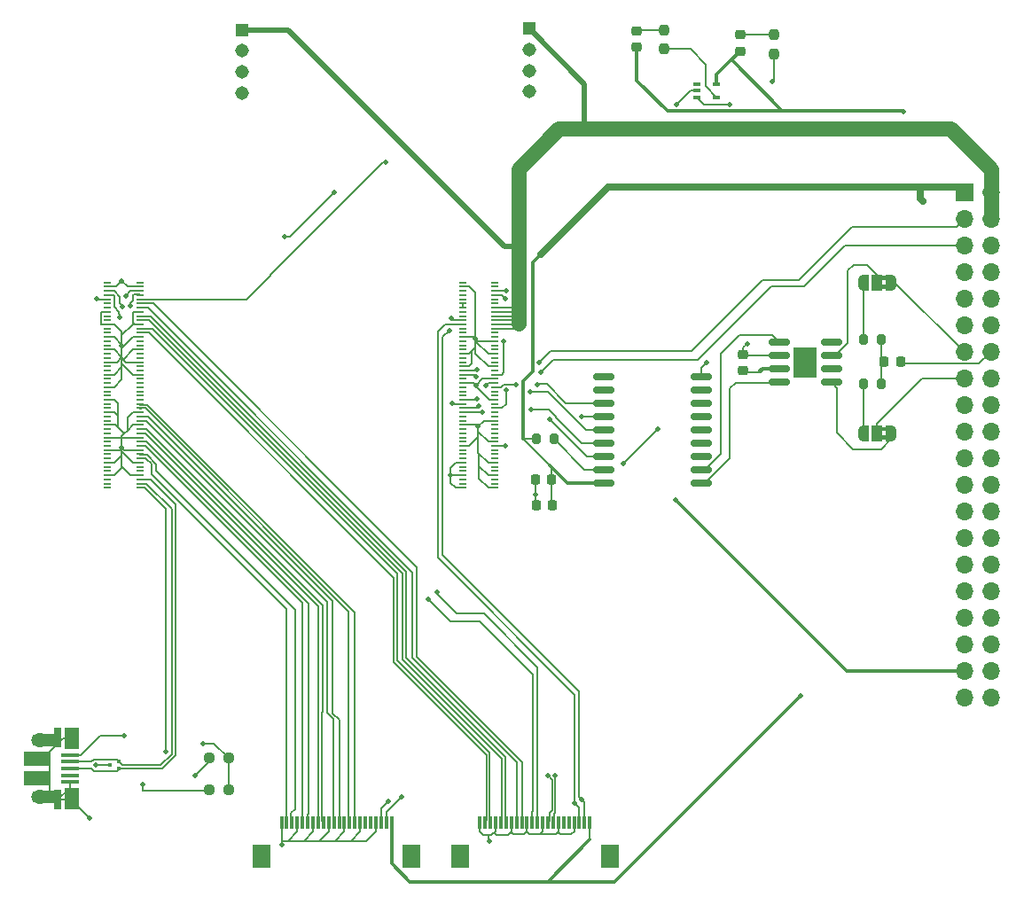
<source format=gtl>
%TF.GenerationSoftware,KiCad,Pcbnew,(6.0.0)*%
%TF.CreationDate,2022-04-24T15:03:07-06:00*%
%TF.ProjectId,CDH,4344482e-6b69-4636-9164-5f7063625858,v01*%
%TF.SameCoordinates,Original*%
%TF.FileFunction,Copper,L1,Top*%
%TF.FilePolarity,Positive*%
%FSLAX46Y46*%
G04 Gerber Fmt 4.6, Leading zero omitted, Abs format (unit mm)*
G04 Created by KiCad (PCBNEW (6.0.0)) date 2022-04-24 15:03:07*
%MOMM*%
%LPD*%
G01*
G04 APERTURE LIST*
G04 Aperture macros list*
%AMRoundRect*
0 Rectangle with rounded corners*
0 $1 Rounding radius*
0 $2 $3 $4 $5 $6 $7 $8 $9 X,Y pos of 4 corners*
0 Add a 4 corners polygon primitive as box body*
4,1,4,$2,$3,$4,$5,$6,$7,$8,$9,$2,$3,0*
0 Add four circle primitives for the rounded corners*
1,1,$1+$1,$2,$3*
1,1,$1+$1,$4,$5*
1,1,$1+$1,$6,$7*
1,1,$1+$1,$8,$9*
0 Add four rect primitives between the rounded corners*
20,1,$1+$1,$2,$3,$4,$5,0*
20,1,$1+$1,$4,$5,$6,$7,0*
20,1,$1+$1,$6,$7,$8,$9,0*
20,1,$1+$1,$8,$9,$2,$3,0*%
%AMFreePoly0*
4,1,22,0.550000,-0.750000,0.000000,-0.750000,0.000000,-0.745033,-0.079941,-0.743568,-0.215256,-0.701293,-0.333266,-0.622738,-0.424486,-0.514219,-0.481581,-0.384460,-0.499164,-0.250000,-0.500000,-0.250000,-0.500000,0.250000,-0.499164,0.250000,-0.499963,0.256109,-0.478152,0.396186,-0.417904,0.524511,-0.324060,0.630769,-0.204165,0.706417,-0.067858,0.745374,0.000000,0.744959,0.000000,0.750000,
0.550000,0.750000,0.550000,-0.750000,0.550000,-0.750000,$1*%
%AMFreePoly1*
4,1,20,0.000000,0.744959,0.073905,0.744508,0.209726,0.703889,0.328688,0.626782,0.421226,0.519385,0.479903,0.390333,0.500000,0.250000,0.500000,-0.250000,0.499851,-0.262216,0.476331,-0.402017,0.414519,-0.529596,0.319384,-0.634700,0.198574,-0.708877,0.061801,-0.746166,0.000000,-0.745033,0.000000,-0.750000,-0.550000,-0.750000,-0.550000,0.750000,0.000000,0.750000,0.000000,0.744959,
0.000000,0.744959,$1*%
G04 Aperture macros list end*
%TA.AperFunction,SMDPad,CuDef*%
%ADD10RoundRect,0.150000X-0.825000X-0.150000X0.825000X-0.150000X0.825000X0.150000X-0.825000X0.150000X0*%
%TD*%
%TA.AperFunction,SMDPad,CuDef*%
%ADD11R,2.290000X3.000000*%
%TD*%
%TA.AperFunction,SMDPad,CuDef*%
%ADD12RoundRect,0.237500X-0.250000X-0.237500X0.250000X-0.237500X0.250000X0.237500X-0.250000X0.237500X0*%
%TD*%
%TA.AperFunction,SMDPad,CuDef*%
%ADD13R,0.300000X1.300000*%
%TD*%
%TA.AperFunction,SMDPad,CuDef*%
%ADD14R,1.800000X2.200000*%
%TD*%
%TA.AperFunction,SMDPad,CuDef*%
%ADD15RoundRect,0.237500X-0.237500X0.250000X-0.237500X-0.250000X0.237500X-0.250000X0.237500X0.250000X0*%
%TD*%
%TA.AperFunction,SMDPad,CuDef*%
%ADD16FreePoly0,180.000000*%
%TD*%
%TA.AperFunction,SMDPad,CuDef*%
%ADD17R,1.000000X1.500000*%
%TD*%
%TA.AperFunction,SMDPad,CuDef*%
%ADD18FreePoly1,180.000000*%
%TD*%
%TA.AperFunction,SMDPad,CuDef*%
%ADD19RoundRect,0.237500X0.250000X0.237500X-0.250000X0.237500X-0.250000X-0.237500X0.250000X-0.237500X0*%
%TD*%
%TA.AperFunction,SMDPad,CuDef*%
%ADD20RoundRect,0.225000X-0.225000X-0.250000X0.225000X-0.250000X0.225000X0.250000X-0.225000X0.250000X0*%
%TD*%
%TA.AperFunction,SMDPad,CuDef*%
%ADD21RoundRect,0.218750X-0.256250X0.218750X-0.256250X-0.218750X0.256250X-0.218750X0.256250X0.218750X0*%
%TD*%
%TA.AperFunction,ComponentPad*%
%ADD22R,1.308000X1.308000*%
%TD*%
%TA.AperFunction,ComponentPad*%
%ADD23C,1.308000*%
%TD*%
%TA.AperFunction,SMDPad,CuDef*%
%ADD24R,0.650000X0.400000*%
%TD*%
%TA.AperFunction,SMDPad,CuDef*%
%ADD25RoundRect,0.225000X0.225000X0.250000X-0.225000X0.250000X-0.225000X-0.250000X0.225000X-0.250000X0*%
%TD*%
%TA.AperFunction,SMDPad,CuDef*%
%ADD26RoundRect,0.225000X0.250000X-0.225000X0.250000X0.225000X-0.250000X0.225000X-0.250000X-0.225000X0*%
%TD*%
%TA.AperFunction,SMDPad,CuDef*%
%ADD27RoundRect,0.150000X0.875000X0.150000X-0.875000X0.150000X-0.875000X-0.150000X0.875000X-0.150000X0*%
%TD*%
%TA.AperFunction,SMDPad,CuDef*%
%ADD28R,1.750000X0.400000*%
%TD*%
%TA.AperFunction,SMDPad,CuDef*%
%ADD29R,2.000000X1.300000*%
%TD*%
%TA.AperFunction,ComponentPad*%
%ADD30O,1.700000X1.300000*%
%TD*%
%TA.AperFunction,SMDPad,CuDef*%
%ADD31R,1.400000X2.000000*%
%TD*%
%TA.AperFunction,SMDPad,CuDef*%
%ADD32R,2.500000X1.425000*%
%TD*%
%TA.AperFunction,ComponentPad*%
%ADD33O,1.400000X1.000000*%
%TD*%
%TA.AperFunction,SMDPad,CuDef*%
%ADD34R,0.700000X1.825000*%
%TD*%
%TA.AperFunction,SMDPad,CuDef*%
%ADD35R,0.300000X0.300000*%
%TD*%
%TA.AperFunction,SMDPad,CuDef*%
%ADD36RoundRect,0.200000X-0.200000X-0.275000X0.200000X-0.275000X0.200000X0.275000X-0.200000X0.275000X0*%
%TD*%
%TA.AperFunction,SMDPad,CuDef*%
%ADD37R,0.700000X0.200000*%
%TD*%
%TA.AperFunction,ComponentPad*%
%ADD38R,1.700000X1.700000*%
%TD*%
%TA.AperFunction,ComponentPad*%
%ADD39O,1.700000X1.700000*%
%TD*%
%TA.AperFunction,SMDPad,CuDef*%
%ADD40RoundRect,0.200000X0.200000X0.275000X-0.200000X0.275000X-0.200000X-0.275000X0.200000X-0.275000X0*%
%TD*%
%TA.AperFunction,ViaPad*%
%ADD41C,0.508000*%
%TD*%
%TA.AperFunction,Conductor*%
%ADD42C,0.152400*%
%TD*%
%TA.AperFunction,Conductor*%
%ADD43C,0.200000*%
%TD*%
%TA.AperFunction,Conductor*%
%ADD44C,0.300000*%
%TD*%
%TA.AperFunction,Conductor*%
%ADD45C,1.400000*%
%TD*%
%TA.AperFunction,Conductor*%
%ADD46C,0.500000*%
%TD*%
%TA.AperFunction,Conductor*%
%ADD47C,0.700000*%
%TD*%
G04 APERTURE END LIST*
%TO.C,JP1*%
G36*
X189840000Y-99782500D02*
G01*
X189340000Y-99782500D01*
X189340000Y-99382500D01*
X189840000Y-99382500D01*
X189840000Y-99782500D01*
G37*
G36*
X189840000Y-100582500D02*
G01*
X189340000Y-100582500D01*
X189340000Y-100182500D01*
X189840000Y-100182500D01*
X189840000Y-100582500D01*
G37*
%TO.C,JP2*%
G36*
X189827500Y-85360000D02*
G01*
X189327500Y-85360000D01*
X189327500Y-84960000D01*
X189827500Y-84960000D01*
X189827500Y-85360000D01*
G37*
G36*
X189827500Y-86160000D02*
G01*
X189327500Y-86160000D01*
X189327500Y-85760000D01*
X189827500Y-85760000D01*
X189827500Y-86160000D01*
G37*
%TD*%
D10*
%TO.P,U1,1,TXD*%
%TO.N,Net-(U1-Pad1)*%
X179605000Y-91315000D03*
%TO.P,U1,2,GND*%
%TO.N,GND*%
X179605000Y-92585000D03*
%TO.P,U1,3,VCC*%
%TO.N,+5V*%
X179605000Y-93855000D03*
%TO.P,U1,4,RXD*%
%TO.N,Net-(U1-Pad4)*%
X179605000Y-95125000D03*
%TO.P,U1,5,NSIL*%
%TO.N,Net-(U1-Pad5)*%
X184555000Y-95125000D03*
%TO.P,U1,6,CANL*%
%TO.N,unconnected-(U1-Pad6)*%
X184555000Y-93855000D03*
%TO.P,U1,7,CANH*%
%TO.N,Net-(U1-Pad7)*%
X184555000Y-92585000D03*
%TO.P,U1,8,STBY*%
%TO.N,unconnected-(U1-Pad8)*%
X184555000Y-91315000D03*
D11*
%TO.P,U1,9*%
%TO.N,N/C*%
X182080000Y-93220000D03*
%TD*%
D12*
%TO.P,R7,1*%
%TO.N,Net-(J4-Pad1)*%
X125175000Y-134000000D03*
%TO.P,R7,2*%
%TO.N,/CM4 High Speed/USB_OTG_ID*%
X127000000Y-134000000D03*
%TD*%
D13*
%TO.P,Camera1,1,Pin_1*%
%TO.N,GND*%
X132060000Y-137150000D03*
%TO.P,Camera1,2,Pin_2*%
%TO.N,/CM4 High Speed/CAM1_D0_N*%
X132560000Y-137150000D03*
%TO.P,Camera1,3,Pin_3*%
%TO.N,/CM4 High Speed/CAM1_D0_P*%
X133060000Y-137150000D03*
%TO.P,Camera1,4,Pin_4*%
%TO.N,GND*%
X133560000Y-137150000D03*
%TO.P,Camera1,5,Pin_5*%
%TO.N,/CM4 High Speed/CAM1_D1_N*%
X134060000Y-137150000D03*
%TO.P,Camera1,6,Pin_6*%
%TO.N,/CM4 High Speed/CAM1_D1_P*%
X134560000Y-137150000D03*
%TO.P,Camera1,7,Pin_7*%
%TO.N,GND*%
X135060000Y-137150000D03*
%TO.P,Camera1,8,Pin_8*%
%TO.N,/CM4 High Speed/CAM1_C_N*%
X135560000Y-137150000D03*
%TO.P,Camera1,9,Pin_9*%
%TO.N,/CM4 High Speed/CAM1_C_P*%
X136060000Y-137150000D03*
%TO.P,Camera1,10,Pin_10*%
%TO.N,GND*%
X136560000Y-137150000D03*
%TO.P,Camera1,11,Pin_11*%
%TO.N,/CM4 High Speed/CAM1_D2_N*%
X137060000Y-137150000D03*
%TO.P,Camera1,12,Pin_12*%
%TO.N,/CM4 High Speed/CAM1_D2_P*%
X137560000Y-137150000D03*
%TO.P,Camera1,13,Pin_13*%
%TO.N,GND*%
X138060000Y-137150000D03*
%TO.P,Camera1,14,Pin_14*%
%TO.N,/CM4 High Speed/CAM1_D3_N*%
X138560000Y-137150000D03*
%TO.P,Camera1,15,Pin_15*%
%TO.N,/CM4 High Speed/CAM1_D3_P*%
X139060000Y-137150000D03*
%TO.P,Camera1,16,Pin_16*%
%TO.N,GND*%
X139560000Y-137150000D03*
%TO.P,Camera1,17,Pin_17*%
%TO.N,/CM4 High Speed/CAM_GPIO*%
X140060000Y-137150000D03*
%TO.P,Camera1,18,Pin_18*%
%TO.N,unconnected-(Camera1-Pad18)*%
X140560000Y-137150000D03*
%TO.P,Camera1,19,Pin_19*%
%TO.N,GND*%
X141060000Y-137150000D03*
%TO.P,Camera1,20,Pin_20*%
%TO.N,/CM4 High Speed/SCL0*%
X141560000Y-137150000D03*
%TO.P,Camera1,21,Pin_21*%
%TO.N,/CM4 High Speed/SDA0*%
X142060000Y-137150000D03*
%TO.P,Camera1,22,Pin_22*%
%TO.N,+3.3V*%
X142560000Y-137150000D03*
D14*
%TO.P,Camera1,MP*%
%TO.N,N/C*%
X130160000Y-140400000D03*
X144460000Y-140400000D03*
%TD*%
D15*
%TO.P,R2,1*%
%TO.N,Net-(D1-Pad1)*%
X179060000Y-61927500D03*
%TO.P,R2,2*%
%TO.N,/CM4 GPIO/nLED_Activity*%
X179060000Y-63752500D03*
%TD*%
%TO.P,R3,1*%
%TO.N,Net-(D2-Pad1)*%
X168610000Y-61467500D03*
%TO.P,R3,2*%
%TO.N,Net-(R3-Pad2)*%
X168610000Y-63292500D03*
%TD*%
D16*
%TO.P,JP1,1,A*%
%TO.N,Net-(U1-Pad5)*%
X190240000Y-99982500D03*
D17*
%TO.P,JP1,2,C*%
%TO.N,Net-(J1-Pad15)*%
X188940000Y-99982500D03*
D18*
%TO.P,JP1,3,B*%
%TO.N,Net-(R9-Pad2)*%
X187640000Y-99982500D03*
%TD*%
D19*
%TO.P,R8,1*%
%TO.N,/CM4 High Speed/USB_OTG_ID*%
X127000000Y-131000000D03*
%TO.P,R8,2*%
%TO.N,GND*%
X125175000Y-131000000D03*
%TD*%
D20*
%TO.P,C4,1*%
%TO.N,Net-(C4-Pad1)*%
X189610000Y-93150000D03*
%TO.P,C4,2*%
%TO.N,GND*%
X191160000Y-93150000D03*
%TD*%
D21*
%TO.P,D1,1,K*%
%TO.N,Net-(D1-Pad1)*%
X175840000Y-61912500D03*
%TO.P,D1,2,A*%
%TO.N,+3.3V*%
X175840000Y-63487500D03*
%TD*%
D22*
%TO.P,P1,1,1*%
%TO.N,+5V*%
X128325000Y-61450000D03*
D23*
%TO.P,P1,2,2*%
%TO.N,/CM4 GPIO/GPIO14*%
X128325000Y-63450000D03*
%TO.P,P1,3,3*%
%TO.N,/CM4 GPIO/GPIO15*%
X128325000Y-65450000D03*
%TO.P,P1,4,4*%
%TO.N,GND*%
X128325000Y-67450000D03*
%TD*%
D16*
%TO.P,JP2,1,A*%
%TO.N,Net-(J1-Pad13)*%
X190227500Y-85560000D03*
D17*
%TO.P,JP2,2,C*%
%TO.N,Net-(U1-Pad7)*%
X188927500Y-85560000D03*
D18*
%TO.P,JP2,3,B*%
%TO.N,Net-(R10-Pad1)*%
X187627500Y-85560000D03*
%TD*%
D24*
%TO.P,U4,1*%
%TO.N,N/C*%
X171720000Y-66610000D03*
%TO.P,U4,2*%
%TO.N,/CM4 GPIO/nPWR_LED*%
X171720000Y-67260000D03*
%TO.P,U4,3,GND*%
%TO.N,GND*%
X171720000Y-67910000D03*
%TO.P,U4,4*%
%TO.N,Net-(R3-Pad2)*%
X173620000Y-67910000D03*
%TO.P,U4,5,VCC*%
%TO.N,+3.3V*%
X173620000Y-66610000D03*
%TD*%
D21*
%TO.P,D2,1,K*%
%TO.N,Net-(D2-Pad1)*%
X165962500Y-61542500D03*
%TO.P,D2,2,A*%
%TO.N,+3.3V*%
X165962500Y-63117500D03*
%TD*%
D25*
%TO.P,C2,1*%
%TO.N,+3.3V*%
X157930000Y-106890000D03*
%TO.P,C2,2*%
%TO.N,GND*%
X156380000Y-106890000D03*
%TD*%
D26*
%TO.P,C3,1*%
%TO.N,+5V*%
X176120000Y-93985000D03*
%TO.P,C3,2*%
%TO.N,GND*%
X176120000Y-92435000D03*
%TD*%
D27*
%TO.P,U3,1,TXCAN*%
%TO.N,Net-(U1-Pad4)*%
X172130000Y-104730000D03*
%TO.P,U3,2,RXCAN*%
%TO.N,Net-(U1-Pad1)*%
X172130000Y-103460000D03*
%TO.P,U3,3,CLKOUT/SOF*%
%TO.N,unconnected-(U3-Pad3)*%
X172130000Y-102190000D03*
%TO.P,U3,4,~{TX0RTS}*%
%TO.N,unconnected-(U3-Pad4)*%
X172130000Y-100920000D03*
%TO.P,U3,5,~{TX1RTS}*%
%TO.N,unconnected-(U3-Pad5)*%
X172130000Y-99650000D03*
%TO.P,U3,6,~{TX2RTS}*%
%TO.N,unconnected-(U3-Pad6)*%
X172130000Y-98380000D03*
%TO.P,U3,7,OSC2*%
%TO.N,unconnected-(U3-Pad7)*%
X172130000Y-97110000D03*
%TO.P,U3,8,OSC1*%
%TO.N,unconnected-(U3-Pad8)*%
X172130000Y-95840000D03*
%TO.P,U3,9,VSS*%
%TO.N,GND*%
X172130000Y-94570000D03*
%TO.P,U3,10,~{RX1BF}*%
%TO.N,unconnected-(U3-Pad10)*%
X162830000Y-94570000D03*
%TO.P,U3,11,~{RX0BF}*%
%TO.N,unconnected-(U3-Pad11)*%
X162830000Y-95840000D03*
%TO.P,U3,12,~{INT}*%
%TO.N,/CM4 GPIO/GPIO18*%
X162830000Y-97110000D03*
%TO.P,U3,13,SCK*%
%TO.N,/CM4 GPIO/GPIO11*%
X162830000Y-98380000D03*
%TO.P,U3,14,SI*%
%TO.N,/CM4 GPIO/GPIO8*%
X162830000Y-99650000D03*
%TO.P,U3,15,SO*%
%TO.N,/CM4 GPIO/GPIO9*%
X162830000Y-100920000D03*
%TO.P,U3,16,~{CS}*%
%TO.N,/CM4 GPIO/GPIO10*%
X162830000Y-102190000D03*
%TO.P,U3,17,~{RESET}*%
%TO.N,Net-(R1-Pad2)*%
X162830000Y-103460000D03*
%TO.P,U3,18,VDD*%
%TO.N,+3.3V*%
X162830000Y-104730000D03*
%TD*%
D28*
%TO.P,J4,1,VBUS*%
%TO.N,Net-(J4-Pad1)*%
X111820000Y-130700000D03*
%TO.P,J4,2,D-*%
%TO.N,/CM4 High Speed/USB2_N*%
X111820000Y-131350000D03*
%TO.P,J4,3,D+*%
%TO.N,/CM4 High Speed/USB2_P*%
X111820000Y-132000000D03*
%TO.P,J4,4,ID*%
%TO.N,unconnected-(J4-Pad4)*%
X111820000Y-132650000D03*
%TO.P,J4,5,GND*%
%TO.N,GND*%
X111820000Y-133300000D03*
D29*
%TO.P,J4,6,Shield*%
X109930000Y-129275000D03*
D30*
X109000000Y-134725000D03*
D31*
X112060000Y-129150000D03*
D32*
X108750000Y-132962500D03*
D33*
X112030000Y-134425000D03*
D34*
X110700000Y-134987500D03*
D29*
X109930000Y-134725000D03*
D32*
X108750000Y-131037500D03*
D31*
X112060000Y-134900000D03*
D33*
X112030000Y-129575000D03*
D30*
X109000000Y-129275000D03*
D34*
X110700000Y-129012500D03*
%TD*%
D13*
%TO.P,Display1,1,Pin_1*%
%TO.N,GND*%
X151000000Y-137130000D03*
%TO.P,Display1,2,Pin_2*%
%TO.N,/CM4 High Speed/DSI1_D0_N*%
X151500000Y-137130000D03*
%TO.P,Display1,3,Pin_3*%
%TO.N,/CM4 High Speed/DSI1_D0_P*%
X152000000Y-137130000D03*
%TO.P,Display1,4,Pin_4*%
%TO.N,GND*%
X152500000Y-137130000D03*
%TO.P,Display1,5,Pin_5*%
%TO.N,/CM4 High Speed/DSI1_D1_N*%
X153000000Y-137130000D03*
%TO.P,Display1,6,Pin_6*%
%TO.N,/CM4 High Speed/DSI1_D1_P*%
X153500000Y-137130000D03*
%TO.P,Display1,7,Pin_7*%
%TO.N,GND*%
X154000000Y-137130000D03*
%TO.P,Display1,8,Pin_8*%
%TO.N,/CM4 High Speed/DSI1_C_N*%
X154500000Y-137130000D03*
%TO.P,Display1,9,Pin_9*%
%TO.N,/CM4 High Speed/DSI1_C_P*%
X155000000Y-137130000D03*
%TO.P,Display1,10,Pin_10*%
%TO.N,GND*%
X155500000Y-137130000D03*
%TO.P,Display1,11,Pin_11*%
%TO.N,/CM4 High Speed/DSI1_D2_N*%
X156000000Y-137130000D03*
%TO.P,Display1,12,Pin_12*%
%TO.N,/CM4 High Speed/DSI1_D2_P*%
X156500000Y-137130000D03*
%TO.P,Display1,13,Pin_13*%
%TO.N,GND*%
X157000000Y-137130000D03*
%TO.P,Display1,14,Pin_14*%
%TO.N,/CM4 High Speed/DSI1_D3_N*%
X157500000Y-137130000D03*
%TO.P,Display1,15,Pin_15*%
%TO.N,/CM4 High Speed/DSI1_D3_P*%
X158000000Y-137130000D03*
%TO.P,Display1,16,Pin_16*%
%TO.N,GND*%
X158500000Y-137130000D03*
%TO.P,Display1,17,Pin_17*%
%TO.N,unconnected-(Display1-Pad17)*%
X159000000Y-137130000D03*
%TO.P,Display1,18,Pin_18*%
%TO.N,unconnected-(Display1-Pad18)*%
X159500000Y-137130000D03*
%TO.P,Display1,19,Pin_19*%
%TO.N,GND*%
X160000000Y-137130000D03*
%TO.P,Display1,20,Pin_20*%
%TO.N,/CM4 High Speed/SCL0*%
X160500000Y-137130000D03*
%TO.P,Display1,21,Pin_21*%
%TO.N,/CM4 High Speed/SDA0*%
X161000000Y-137130000D03*
%TO.P,Display1,22,Pin_22*%
%TO.N,+3.3V*%
X161500000Y-137130000D03*
D14*
%TO.P,Display1,MP*%
%TO.N,N/C*%
X163400000Y-140380000D03*
X149100000Y-140380000D03*
%TD*%
D25*
%TO.P,C1,1*%
%TO.N,+3.3V*%
X157870000Y-104365000D03*
%TO.P,C1,2*%
%TO.N,GND*%
X156320000Y-104365000D03*
%TD*%
D35*
%TO.P,U2,1,D+*%
%TO.N,/CM4 High Speed/USB2_P*%
X116525000Y-132040000D03*
%TO.P,U2,2,D-*%
%TO.N,/CM4 High Speed/USB2_N*%
X116525000Y-131340000D03*
%TO.P,U2,3,GND*%
%TO.N,GND*%
X115675000Y-131690000D03*
%TD*%
D36*
%TO.P,R10,1*%
%TO.N,Net-(R10-Pad1)*%
X187655000Y-91020000D03*
%TO.P,R10,2*%
%TO.N,Net-(C4-Pad1)*%
X189305000Y-91020000D03*
%TD*%
D37*
%TO.P,Module1,1*%
%TO.N,GND*%
X152430000Y-105180000D03*
%TO.P,Module1,2*%
X149350000Y-105180000D03*
%TO.P,Module1,3*%
%TO.N,N/C*%
X152430000Y-104780000D03*
%TO.P,Module1,4*%
X149350000Y-104780000D03*
%TO.P,Module1,5*%
X152430000Y-104380000D03*
%TO.P,Module1,6*%
X149350000Y-104380000D03*
%TO.P,Module1,7*%
%TO.N,GND*%
X152430000Y-103980000D03*
%TO.P,Module1,8*%
X149350000Y-103980000D03*
%TO.P,Module1,9*%
%TO.N,N/C*%
X152430000Y-103580000D03*
%TO.P,Module1,10*%
X149350000Y-103580000D03*
%TO.P,Module1,11*%
X152430000Y-103180000D03*
%TO.P,Module1,12*%
X149350000Y-103180000D03*
%TO.P,Module1,13*%
%TO.N,GND*%
X152430000Y-102780000D03*
%TO.P,Module1,14*%
X149350000Y-102780000D03*
%TO.P,Module1,15*%
%TO.N,N/C*%
X152430000Y-102380000D03*
%TO.P,Module1,16*%
X149350000Y-102380000D03*
%TO.P,Module1,17*%
X152430000Y-101980000D03*
%TO.P,Module1,18*%
X149350000Y-101980000D03*
%TO.P,Module1,19*%
X152430000Y-101580000D03*
%TO.P,Module1,20*%
X149350000Y-101580000D03*
%TO.P,Module1,21*%
%TO.N,/CM4 GPIO/nLED_Activity*%
X152430000Y-101180000D03*
%TO.P,Module1,22*%
%TO.N,GND*%
X149350000Y-101180000D03*
%TO.P,Module1,23*%
X152430000Y-100780000D03*
%TO.P,Module1,24*%
%TO.N,N/C*%
X149350000Y-100780000D03*
%TO.P,Module1,25*%
X152430000Y-100380000D03*
%TO.P,Module1,26*%
X149350000Y-100380000D03*
%TO.P,Module1,27*%
X152430000Y-99980000D03*
%TO.P,Module1,28*%
X149350000Y-99980000D03*
%TO.P,Module1,29*%
X152430000Y-99580000D03*
%TO.P,Module1,30*%
X149350000Y-99580000D03*
%TO.P,Module1,31*%
X152430000Y-99180000D03*
%TO.P,Module1,32*%
%TO.N,GND*%
X149350000Y-99180000D03*
%TO.P,Module1,33*%
X152430000Y-98780000D03*
%TO.P,Module1,34*%
%TO.N,N/C*%
X149350000Y-98780000D03*
%TO.P,Module1,35*%
X152430000Y-98380000D03*
%TO.P,Module1,36*%
X149350000Y-98380000D03*
%TO.P,Module1,37*%
X152430000Y-97980000D03*
%TO.P,Module1,38*%
%TO.N,/CM4 GPIO/GPIO11*%
X149350000Y-97980000D03*
%TO.P,Module1,39*%
%TO.N,/CM4 GPIO/GPIO8*%
X152430000Y-97580000D03*
%TO.P,Module1,40*%
%TO.N,/CM4 GPIO/GPIO9*%
X149350000Y-97580000D03*
%TO.P,Module1,41*%
%TO.N,N/C*%
X152430000Y-97180000D03*
%TO.P,Module1,42*%
%TO.N,GND*%
X149350000Y-97180000D03*
%TO.P,Module1,43*%
X152430000Y-96780000D03*
%TO.P,Module1,44*%
%TO.N,/CM4 GPIO/GPIO10*%
X149350000Y-96780000D03*
%TO.P,Module1,45*%
%TO.N,N/C*%
X152430000Y-96380000D03*
%TO.P,Module1,46*%
X149350000Y-96380000D03*
%TO.P,Module1,47*%
X152430000Y-95980000D03*
%TO.P,Module1,48*%
X149350000Y-95980000D03*
%TO.P,Module1,49*%
%TO.N,/CM4 GPIO/GPIO18*%
X152430000Y-95580000D03*
%TO.P,Module1,50*%
%TO.N,N/C*%
X149350000Y-95580000D03*
%TO.P,Module1,51*%
%TO.N,/CM4 GPIO/GPIO15*%
X152430000Y-95180000D03*
%TO.P,Module1,52*%
%TO.N,GND*%
X149350000Y-95180000D03*
%TO.P,Module1,53*%
X152430000Y-94780000D03*
%TO.P,Module1,54*%
%TO.N,N/C*%
X149350000Y-94780000D03*
%TO.P,Module1,55*%
%TO.N,/CM4 GPIO/GPIO14*%
X152430000Y-94380000D03*
%TO.P,Module1,56*%
%TO.N,/CM4 GPIO/GPIO3*%
X149350000Y-94380000D03*
%TO.P,Module1,57*%
%TO.N,N/C*%
X152430000Y-93980000D03*
%TO.P,Module1,58*%
%TO.N,/CM4 GPIO/GPIO2*%
X149350000Y-93980000D03*
%TO.P,Module1,59*%
%TO.N,GND*%
X152430000Y-93580000D03*
%TO.P,Module1,60*%
X149350000Y-93580000D03*
%TO.P,Module1,61*%
%TO.N,N/C*%
X152430000Y-93180000D03*
%TO.P,Module1,62*%
X149350000Y-93180000D03*
%TO.P,Module1,63*%
X152430000Y-92780000D03*
%TO.P,Module1,64*%
X149350000Y-92780000D03*
%TO.P,Module1,65*%
%TO.N,GND*%
X152430000Y-92380000D03*
%TO.P,Module1,66*%
X149350000Y-92380000D03*
%TO.P,Module1,67*%
%TO.N,N/C*%
X152430000Y-91980000D03*
%TO.P,Module1,68*%
X149350000Y-91980000D03*
%TO.P,Module1,69*%
X152430000Y-91580000D03*
%TO.P,Module1,70*%
X149350000Y-91580000D03*
%TO.P,Module1,71*%
%TO.N,GND*%
X152430000Y-91180000D03*
%TO.P,Module1,72*%
%TO.N,N/C*%
X149350000Y-91180000D03*
%TO.P,Module1,73*%
X152430000Y-90780000D03*
%TO.P,Module1,74*%
%TO.N,GND*%
X149350000Y-90780000D03*
%TO.P,Module1,75*%
%TO.N,N/C*%
X152430000Y-90380000D03*
%TO.P,Module1,76*%
X149350000Y-90380000D03*
%TO.P,Module1,77*%
%TO.N,+5V*%
X152430000Y-89980000D03*
%TO.P,Module1,78*%
%TO.N,N/C*%
X149350000Y-89980000D03*
%TO.P,Module1,79*%
%TO.N,+5V*%
X152430000Y-89580000D03*
%TO.P,Module1,80*%
%TO.N,/CM4 High Speed/SCL0*%
X149350000Y-89580000D03*
%TO.P,Module1,81*%
%TO.N,+5V*%
X152430000Y-89180000D03*
%TO.P,Module1,82*%
%TO.N,/CM4 High Speed/SDA0*%
X149350000Y-89180000D03*
%TO.P,Module1,83*%
%TO.N,+5V*%
X152430000Y-88780000D03*
%TO.P,Module1,84*%
%TO.N,N/C*%
X149350000Y-88780000D03*
%TO.P,Module1,85*%
%TO.N,+5V*%
X152430000Y-88380000D03*
%TO.P,Module1,86*%
%TO.N,N/C*%
X149350000Y-88380000D03*
%TO.P,Module1,87*%
%TO.N,+5V*%
X152430000Y-87980000D03*
%TO.P,Module1,88*%
%TO.N,N/C*%
X149350000Y-87980000D03*
%TO.P,Module1,89*%
X152430000Y-87580000D03*
%TO.P,Module1,90*%
X149350000Y-87580000D03*
%TO.P,Module1,91*%
X152430000Y-87180000D03*
%TO.P,Module1,92*%
X149350000Y-87180000D03*
%TO.P,Module1,93*%
%TO.N,/CM4 GPIO/nRPIBOOT*%
X152430000Y-86780000D03*
%TO.P,Module1,94*%
%TO.N,N/C*%
X149350000Y-86780000D03*
%TO.P,Module1,95*%
%TO.N,/CM4 GPIO/nPWR_LED*%
X152430000Y-86380000D03*
%TO.P,Module1,96*%
%TO.N,N/C*%
X149350000Y-86380000D03*
%TO.P,Module1,97*%
X152430000Y-85980000D03*
%TO.P,Module1,98*%
%TO.N,GND*%
X149350000Y-85980000D03*
%TO.P,Module1,99*%
%TO.N,N/C*%
X152430000Y-85580000D03*
%TO.P,Module1,100*%
X149350000Y-85580000D03*
%TO.P,Module1,101,USB_OTG_ID*%
%TO.N,/CM4 High Speed/USB_OTG_ID*%
X118510000Y-105180000D03*
%TO.P,Module1,102,PCIe_CLK_nREQ*%
%TO.N,unconnected-(Module1-Pad102)*%
X115430000Y-105180000D03*
%TO.P,Module1,103,USB2_N*%
%TO.N,/CM4 High Speed/USB2_N*%
X118510000Y-104780000D03*
%TO.P,Module1,104,Reserved*%
%TO.N,unconnected-(Module1-Pad104)*%
X115430000Y-104780000D03*
%TO.P,Module1,105,USB2_P*%
%TO.N,/CM4 High Speed/USB2_P*%
X118510000Y-104380000D03*
%TO.P,Module1,106,Reserved*%
%TO.N,unconnected-(Module1-Pad106)*%
X115430000Y-104380000D03*
%TO.P,Module1,107,GND*%
%TO.N,GND*%
X118510000Y-103980000D03*
%TO.P,Module1,108,GND*%
X115430000Y-103980000D03*
%TO.P,Module1,109,PCIe_nRST*%
%TO.N,unconnected-(Module1-Pad109)*%
X118510000Y-103580000D03*
%TO.P,Module1,110,PCIe_CLK_P*%
%TO.N,unconnected-(Module1-Pad110)*%
X115430000Y-103580000D03*
%TO.P,Module1,111,VDAC_COMP*%
%TO.N,unconnected-(Module1-Pad111)*%
X118510000Y-103180000D03*
%TO.P,Module1,112,PCIe_CLK_N*%
%TO.N,unconnected-(Module1-Pad112)*%
X115430000Y-103180000D03*
%TO.P,Module1,113,GND*%
%TO.N,GND*%
X118510000Y-102780000D03*
%TO.P,Module1,114,GND*%
X115430000Y-102780000D03*
%TO.P,Module1,115,CAM1_D0_N*%
%TO.N,/CM4 High Speed/CAM1_D0_N*%
X118510000Y-102380000D03*
%TO.P,Module1,116,PCIe_RX_P*%
%TO.N,unconnected-(Module1-Pad116)*%
X115430000Y-102380000D03*
%TO.P,Module1,117,CAM1_D0_P*%
%TO.N,/CM4 High Speed/CAM1_D0_P*%
X118510000Y-101980000D03*
%TO.P,Module1,118,PCIe_RX_N*%
%TO.N,unconnected-(Module1-Pad118)*%
X115430000Y-101980000D03*
%TO.P,Module1,119,GND*%
%TO.N,GND*%
X118510000Y-101580000D03*
%TO.P,Module1,120,GND*%
X115430000Y-101580000D03*
%TO.P,Module1,121,CAM1_D1_N*%
%TO.N,/CM4 High Speed/CAM1_D1_N*%
X118510000Y-101180000D03*
%TO.P,Module1,122,PCIe_TX_P*%
%TO.N,unconnected-(Module1-Pad122)*%
X115430000Y-101180000D03*
%TO.P,Module1,123,CAM1_D1_P*%
%TO.N,/CM4 High Speed/CAM1_D1_P*%
X118510000Y-100780000D03*
%TO.P,Module1,124,PCIe_TX_N*%
%TO.N,unconnected-(Module1-Pad124)*%
X115430000Y-100780000D03*
%TO.P,Module1,125,GND*%
%TO.N,GND*%
X118510000Y-100380000D03*
%TO.P,Module1,126,GND*%
X115430000Y-100380000D03*
%TO.P,Module1,127,CAM1_C_N*%
%TO.N,/CM4 High Speed/CAM1_C_N*%
X118510000Y-99980000D03*
%TO.P,Module1,128,CAM0_D0_N*%
%TO.N,unconnected-(Module1-Pad128)*%
X115430000Y-99980000D03*
%TO.P,Module1,129,CAM1_C_P*%
%TO.N,/CM4 High Speed/CAM1_C_P*%
X118510000Y-99580000D03*
%TO.P,Module1,130,CAM0_D0_P*%
%TO.N,unconnected-(Module1-Pad130)*%
X115430000Y-99580000D03*
%TO.P,Module1,131,GND*%
%TO.N,GND*%
X118510000Y-99180000D03*
%TO.P,Module1,132,GND*%
X115430000Y-99180000D03*
%TO.P,Module1,133,CAM1_D2_N*%
%TO.N,/CM4 High Speed/CAM1_D2_N*%
X118510000Y-98780000D03*
%TO.P,Module1,134,CAM0_D1_N*%
%TO.N,unconnected-(Module1-Pad134)*%
X115430000Y-98780000D03*
%TO.P,Module1,135,CAM1_D2_P*%
%TO.N,/CM4 High Speed/CAM1_D2_P*%
X118510000Y-98380000D03*
%TO.P,Module1,136,CAM0_D1_P*%
%TO.N,unconnected-(Module1-Pad136)*%
X115430000Y-98380000D03*
%TO.P,Module1,137,GND*%
%TO.N,GND*%
X118510000Y-97980000D03*
%TO.P,Module1,138,GND*%
X115430000Y-97980000D03*
%TO.P,Module1,139,CAM1_D3_N*%
%TO.N,/CM4 High Speed/CAM1_D3_N*%
X118510000Y-97580000D03*
%TO.P,Module1,140,CAM0_C_N*%
%TO.N,unconnected-(Module1-Pad140)*%
X115430000Y-97580000D03*
%TO.P,Module1,141,CAM1_D3_P*%
%TO.N,/CM4 High Speed/CAM1_D3_P*%
X118510000Y-97180000D03*
%TO.P,Module1,142,CAM0_C_P*%
%TO.N,unconnected-(Module1-Pad142)*%
X115430000Y-97180000D03*
%TO.P,Module1,143,HDMI1_HOTPLUG*%
%TO.N,unconnected-(Module1-Pad143)*%
X118510000Y-96780000D03*
%TO.P,Module1,144,GND*%
%TO.N,GND*%
X115430000Y-96780000D03*
%TO.P,Module1,145,HDMI1_SDA*%
%TO.N,unconnected-(Module1-Pad145)*%
X118510000Y-96380000D03*
%TO.P,Module1,146,HDMI1_TX2_P*%
%TO.N,unconnected-(Module1-Pad146)*%
X115430000Y-96380000D03*
%TO.P,Module1,147,HDMI1_SCL*%
%TO.N,unconnected-(Module1-Pad147)*%
X118510000Y-95980000D03*
%TO.P,Module1,148,HDMI1_TX2_N*%
%TO.N,unconnected-(Module1-Pad148)*%
X115430000Y-95980000D03*
%TO.P,Module1,149,HDMI1_CEC*%
%TO.N,unconnected-(Module1-Pad149)*%
X118510000Y-95580000D03*
%TO.P,Module1,150,GND*%
%TO.N,GND*%
X115430000Y-95580000D03*
%TO.P,Module1,151,HDMI0_CEC*%
%TO.N,unconnected-(Module1-Pad151)*%
X118510000Y-95180000D03*
%TO.P,Module1,152,HDMI1_TX1_P*%
%TO.N,unconnected-(Module1-Pad152)*%
X115430000Y-95180000D03*
%TO.P,Module1,153,HDMI0_HOTPLUG*%
%TO.N,unconnected-(Module1-Pad153)*%
X118510000Y-94780000D03*
%TO.P,Module1,154,HDMI1_TX1_N*%
%TO.N,unconnected-(Module1-Pad154)*%
X115430000Y-94780000D03*
%TO.P,Module1,155,GND*%
%TO.N,GND*%
X118510000Y-94380000D03*
%TO.P,Module1,156,GND*%
X115430000Y-94380000D03*
%TO.P,Module1,157,DSI0_D0_N*%
%TO.N,unconnected-(Module1-Pad157)*%
X118510000Y-93980000D03*
%TO.P,Module1,158,HDMI1_TX0_P*%
%TO.N,unconnected-(Module1-Pad158)*%
X115430000Y-93980000D03*
%TO.P,Module1,159,DSI0_D0_P*%
%TO.N,unconnected-(Module1-Pad159)*%
X118510000Y-93580000D03*
%TO.P,Module1,160,HDMI1_TX0_N*%
%TO.N,unconnected-(Module1-Pad160)*%
X115430000Y-93580000D03*
%TO.P,Module1,161,GND*%
%TO.N,GND*%
X118510000Y-93180000D03*
%TO.P,Module1,162,GND*%
X115430000Y-93180000D03*
%TO.P,Module1,163,DSI0_D1_N*%
%TO.N,unconnected-(Module1-Pad163)*%
X118510000Y-92780000D03*
%TO.P,Module1,164,HDMI1_CLK_P*%
%TO.N,unconnected-(Module1-Pad164)*%
X115430000Y-92780000D03*
%TO.P,Module1,165,DSI0_D1_P*%
%TO.N,unconnected-(Module1-Pad165)*%
X118510000Y-92380000D03*
%TO.P,Module1,166,HDMI1_CLK_N*%
%TO.N,unconnected-(Module1-Pad166)*%
X115430000Y-92380000D03*
%TO.P,Module1,167,GND*%
%TO.N,GND*%
X118510000Y-91980000D03*
%TO.P,Module1,168,GND*%
X115430000Y-91980000D03*
%TO.P,Module1,169,DSI0_C_N*%
%TO.N,unconnected-(Module1-Pad169)*%
X118510000Y-91580000D03*
%TO.P,Module1,170,HDMI0_TX2_P*%
%TO.N,unconnected-(Module1-Pad170)*%
X115430000Y-91580000D03*
%TO.P,Module1,171,DSI0_C_P*%
%TO.N,unconnected-(Module1-Pad171)*%
X118510000Y-91180000D03*
%TO.P,Module1,172,HDMI0_TX2_N*%
%TO.N,unconnected-(Module1-Pad172)*%
X115430000Y-91180000D03*
%TO.P,Module1,173,GND*%
%TO.N,GND*%
X118510000Y-90780000D03*
%TO.P,Module1,174,GND*%
X115430000Y-90780000D03*
%TO.P,Module1,175,DSI1_D0_N*%
%TO.N,/CM4 High Speed/DSI1_D0_N*%
X118510000Y-90380000D03*
%TO.P,Module1,176,HDMI0_TX1_P*%
%TO.N,unconnected-(Module1-Pad176)*%
X115430000Y-90380000D03*
%TO.P,Module1,177,DSI1_D0_P*%
%TO.N,/CM4 High Speed/DSI1_D0_P*%
X118510000Y-89980000D03*
%TO.P,Module1,178,HDMI0_TX1_N*%
%TO.N,unconnected-(Module1-Pad178)*%
X115430000Y-89980000D03*
%TO.P,Module1,179,GND*%
%TO.N,GND*%
X118510000Y-89580000D03*
%TO.P,Module1,180,GND*%
X115430000Y-89580000D03*
%TO.P,Module1,181,DSI1_D1_N*%
%TO.N,/CM4 High Speed/DSI1_D1_N*%
X118510000Y-89180000D03*
%TO.P,Module1,182,HDMI0_TX0_P*%
%TO.N,unconnected-(Module1-Pad182)*%
X115430000Y-89180000D03*
%TO.P,Module1,183,DSI1_D1_P*%
%TO.N,/CM4 High Speed/DSI1_D1_P*%
X118510000Y-88780000D03*
%TO.P,Module1,184,HDMI0_TX0_N*%
%TO.N,unconnected-(Module1-Pad184)*%
X115430000Y-88780000D03*
%TO.P,Module1,185,GND*%
%TO.N,GND*%
X118510000Y-88380000D03*
%TO.P,Module1,186,GND*%
X115430000Y-88380000D03*
%TO.P,Module1,187,DSI1_C_N*%
%TO.N,/CM4 High Speed/DSI1_C_N*%
X118510000Y-87980000D03*
%TO.P,Module1,188,HDMI0_CLK_P*%
%TO.N,unconnected-(Module1-Pad188)*%
X115430000Y-87980000D03*
%TO.P,Module1,189,DSI1_C_P*%
%TO.N,/CM4 High Speed/DSI1_C_P*%
X118510000Y-87580000D03*
%TO.P,Module1,190,HDMI0_CLK_N*%
%TO.N,unconnected-(Module1-Pad190)*%
X115430000Y-87580000D03*
%TO.P,Module1,191,GND*%
%TO.N,GND*%
X118510000Y-87180000D03*
%TO.P,Module1,192,GND*%
X115430000Y-87180000D03*
%TO.P,Module1,193,DSI1_D2_N*%
%TO.N,/CM4 High Speed/DSI1_D2_N*%
X118510000Y-86780000D03*
%TO.P,Module1,194,DSI1_D3_N*%
%TO.N,/CM4 High Speed/DSI1_D3_N*%
X115430000Y-86780000D03*
%TO.P,Module1,195,DSI1_D2_P*%
%TO.N,/CM4 High Speed/DSI1_D2_P*%
X118510000Y-86380000D03*
%TO.P,Module1,196,DSI1_D3_P*%
%TO.N,/CM4 High Speed/DSI1_D3_P*%
X115430000Y-86380000D03*
%TO.P,Module1,197,GND*%
%TO.N,GND*%
X118510000Y-85980000D03*
%TO.P,Module1,198,GND*%
X115430000Y-85980000D03*
%TO.P,Module1,199,HDMI0_SDA*%
%TO.N,unconnected-(Module1-Pad199)*%
X118510000Y-85580000D03*
%TO.P,Module1,200,HDMI0_SCL*%
%TO.N,unconnected-(Module1-Pad200)*%
X115430000Y-85580000D03*
%TD*%
D22*
%TO.P,P2,1,1*%
%TO.N,+5V*%
X155715000Y-61330000D03*
D23*
%TO.P,P2,2,2*%
%TO.N,/CM4 GPIO/GPIO12*%
X155715000Y-63330000D03*
%TO.P,P2,3,3*%
%TO.N,/CM4 GPIO/GPIO13*%
X155715000Y-65330000D03*
%TO.P,P2,4,4*%
%TO.N,GND*%
X155715000Y-67330000D03*
%TD*%
D36*
%TO.P,R1,1*%
%TO.N,+3.3V*%
X156420000Y-100530000D03*
%TO.P,R1,2*%
%TO.N,Net-(R1-Pad2)*%
X158070000Y-100530000D03*
%TD*%
D38*
%TO.P,J1,1,Pin_1*%
%TO.N,+3.3V*%
X197260000Y-76945000D03*
D39*
%TO.P,J1,2,Pin_2*%
%TO.N,+5V*%
X199800000Y-76945000D03*
%TO.P,J1,3,Pin_3*%
%TO.N,/CM4 GPIO/GPIO2*%
X197260000Y-79485000D03*
%TO.P,J1,4,Pin_4*%
%TO.N,+5V*%
X199800000Y-79485000D03*
%TO.P,J1,5,Pin_5*%
%TO.N,/CM4 GPIO/GPIO3*%
X197260000Y-82025000D03*
%TO.P,J1,6,Pin_6*%
%TO.N,GND*%
X199800000Y-82025000D03*
%TO.P,J1,7,Pin_7*%
%TO.N,unconnected-(J1-Pad7)*%
X197260000Y-84565000D03*
%TO.P,J1,8,Pin_8*%
%TO.N,unconnected-(J1-Pad8)*%
X199800000Y-84565000D03*
%TO.P,J1,9,Pin_9*%
%TO.N,unconnected-(J1-Pad9)*%
X197260000Y-87105000D03*
%TO.P,J1,10,Pin_10*%
%TO.N,unconnected-(J1-Pad10)*%
X199800000Y-87105000D03*
%TO.P,J1,11,Pin_11*%
%TO.N,unconnected-(J1-Pad11)*%
X197260000Y-89645000D03*
%TO.P,J1,12,Pin_12*%
%TO.N,unconnected-(J1-Pad12)*%
X199800000Y-89645000D03*
%TO.P,J1,13,Pin_13*%
%TO.N,Net-(J1-Pad13)*%
X197260000Y-92185000D03*
%TO.P,J1,14,Pin_14*%
%TO.N,GND*%
X199800000Y-92185000D03*
%TO.P,J1,15,Pin_15*%
%TO.N,Net-(J1-Pad15)*%
X197260000Y-94725000D03*
%TO.P,J1,16,Pin_16*%
%TO.N,unconnected-(J1-Pad16)*%
X199800000Y-94725000D03*
%TO.P,J1,17,Pin_17*%
%TO.N,+3.3V*%
X197260000Y-97265000D03*
%TO.P,J1,18,Pin_18*%
%TO.N,unconnected-(J1-Pad18)*%
X199800000Y-97265000D03*
%TO.P,J1,19,Pin_19*%
%TO.N,unconnected-(J1-Pad19)*%
X197260000Y-99805000D03*
%TO.P,J1,20,Pin_20*%
%TO.N,GND*%
X199800000Y-99805000D03*
%TO.P,J1,21,Pin_21*%
%TO.N,unconnected-(J1-Pad21)*%
X197260000Y-102345000D03*
%TO.P,J1,22,Pin_22*%
%TO.N,unconnected-(J1-Pad22)*%
X199800000Y-102345000D03*
%TO.P,J1,23,Pin_23*%
%TO.N,unconnected-(J1-Pad23)*%
X197260000Y-104885000D03*
%TO.P,J1,24,Pin_24*%
%TO.N,unconnected-(J1-Pad24)*%
X199800000Y-104885000D03*
%TO.P,J1,25,Pin_25*%
%TO.N,unconnected-(J1-Pad25)*%
X197260000Y-107425000D03*
%TO.P,J1,26,Pin_26*%
%TO.N,unconnected-(J1-Pad26)*%
X199800000Y-107425000D03*
%TO.P,J1,27,Pin_27*%
%TO.N,unconnected-(J1-Pad27)*%
X197260000Y-109965000D03*
%TO.P,J1,28,Pin_28*%
%TO.N,unconnected-(J1-Pad28)*%
X199800000Y-109965000D03*
%TO.P,J1,29,Pin_29*%
%TO.N,unconnected-(J1-Pad29)*%
X197260000Y-112505000D03*
%TO.P,J1,30,Pin_30*%
%TO.N,GND*%
X199800000Y-112505000D03*
%TO.P,J1,31,Pin_31*%
%TO.N,unconnected-(J1-Pad31)*%
X197260000Y-115045000D03*
%TO.P,J1,32,Pin_32*%
%TO.N,unconnected-(J1-Pad32)*%
X199800000Y-115045000D03*
%TO.P,J1,33,Pin_33*%
%TO.N,unconnected-(J1-Pad33)*%
X197260000Y-117585000D03*
%TO.P,J1,34,Pin_34*%
%TO.N,GND*%
X199800000Y-117585000D03*
%TO.P,J1,35,Pin_35*%
%TO.N,unconnected-(J1-Pad35)*%
X197260000Y-120125000D03*
%TO.P,J1,36,Pin_36*%
%TO.N,unconnected-(J1-Pad36)*%
X199800000Y-120125000D03*
%TO.P,J1,37,Pin_37*%
%TO.N,/CM4 GPIO/nRPIBOOT*%
X197260000Y-122665000D03*
%TO.P,J1,38,Pin_38*%
%TO.N,unconnected-(J1-Pad38)*%
X199800000Y-122665000D03*
%TO.P,J1,39,Pin_39*%
%TO.N,GND*%
X197260000Y-125205000D03*
%TO.P,J1,40,Pin_40*%
%TO.N,unconnected-(J1-Pad40)*%
X199800000Y-125205000D03*
%TD*%
D40*
%TO.P,R9,1*%
%TO.N,Net-(C4-Pad1)*%
X189305000Y-95270000D03*
%TO.P,R9,2*%
%TO.N,Net-(R9-Pad2)*%
X187655000Y-95270000D03*
%TD*%
D41*
%TO.N,/CM4 GPIO/GPIO18*%
X154420000Y-95310000D03*
X156440000Y-95350000D03*
%TO.N,GND*%
X116800000Y-91630000D03*
X116790000Y-85420000D03*
%TO.N,/CM4 High Speed/SDA0*%
X148076384Y-90133500D03*
X148290000Y-89026500D03*
%TO.N,/CM4 High Speed/SCL0*%
X160070000Y-135330000D03*
X142253616Y-135143616D03*
%TO.N,/CM4 High Speed/SDA0*%
X160720000Y-134960000D03*
X143500000Y-134680000D03*
%TO.N,/CM4 High Speed/DSI1_D2_N*%
X146040000Y-115820000D03*
%TO.N,/CM4 High Speed/DSI1_D2_P*%
X146900000Y-115170000D03*
%TO.N,/CM4 High Speed/DSI1_D2_N*%
X117590261Y-87813833D03*
%TO.N,/CM4 High Speed/DSI1_D2_P*%
X117200000Y-86830000D03*
%TO.N,/CM4 High Speed/DSI1_D3_N*%
X157529800Y-132700000D03*
%TO.N,/CM4 High Speed/DSI1_D3_P*%
X158190200Y-132700000D03*
%TO.N,/CM4 High Speed/DSI1_D3_N*%
X116607650Y-88893055D03*
%TO.N,/CM4 High Speed/DSI1_D3_P*%
X116883619Y-87848704D03*
%TO.N,+3.3V*%
X181640000Y-125060000D03*
%TO.N,/CM4 GPIO/nRPIBOOT*%
X169680000Y-106330000D03*
%TO.N,GND*%
X174830000Y-68590000D03*
X150830000Y-99340000D03*
X150610000Y-95410000D03*
X156320000Y-105807500D03*
X151930000Y-138910000D03*
X113730000Y-136740000D03*
X176510000Y-91430000D03*
%TO.N,/CM4 GPIO/nRPIBOOT*%
X153406121Y-87090345D03*
%TO.N,GND*%
X150590000Y-90930000D03*
X114350000Y-131690000D03*
X148350000Y-97120000D03*
X148220000Y-104000000D03*
X116800000Y-101370000D03*
X132080000Y-139250000D03*
X172640000Y-93260000D03*
X123790000Y-132670000D03*
%TO.N,+5V*%
X182750000Y-71210000D03*
X177810000Y-93990000D03*
%TO.N,+3.3V*%
X193310000Y-77780000D03*
X156810000Y-82900000D03*
X191440000Y-69280000D03*
%TO.N,/CM4 GPIO/GPIO8*%
X153490000Y-95880000D03*
X155767000Y-96050000D03*
%TO.N,/CM4 GPIO/GPIO11*%
X160731025Y-98428974D03*
X151270000Y-97990000D03*
%TO.N,/CM4 GPIO/GPIO9*%
X150923738Y-97373021D03*
X155900000Y-97720000D03*
%TO.N,/CM4 GPIO/GPIO10*%
X150697405Y-96702698D03*
X157680000Y-98610000D03*
%TO.N,/CM4 GPIO/GPIO15*%
X151590000Y-95410000D03*
%TO.N,/CM4 GPIO/GPIO14*%
X153280000Y-91180000D03*
%TO.N,/CM4 GPIO/GPIO2*%
X156680000Y-93180000D03*
X150680000Y-93870000D03*
%TO.N,Net-(J4-Pad1)*%
X117000000Y-128840000D03*
X118820000Y-133550000D03*
%TO.N,/CM4 GPIO/nLED_Activity*%
X164700000Y-102860000D03*
X153420000Y-101160000D03*
X178920000Y-66350000D03*
X167980000Y-99580000D03*
%TO.N,/CM4 GPIO/nPWR_LED*%
X153506500Y-86390000D03*
X169810000Y-68600000D03*
%TO.N,/CM4 High Speed/USB_OTG_ID*%
X120980000Y-130370000D03*
X124540000Y-129590000D03*
%TO.N,/CM4 GPIO/GPIO3*%
X156840000Y-94150000D03*
X150628689Y-94575640D03*
%TO.N,GND*%
X132370000Y-81240000D03*
X114390000Y-87090000D03*
X137110000Y-76960000D03*
X142010000Y-74080000D03*
%TD*%
D42*
%TO.N,/CM4 High Speed/CAM1_D2_P*%
X137560000Y-127364472D02*
X137560000Y-137150000D01*
X119330000Y-98380000D02*
X136920000Y-115970000D01*
X118510000Y-98380000D02*
X119330000Y-98380000D01*
X136920000Y-115970000D02*
X136920000Y-126724472D01*
X136920000Y-126724472D02*
X137560000Y-127364472D01*
%TO.N,/CM4 High Speed/CAM1_D1_N*%
X134060000Y-116200000D02*
X134060000Y-137150000D01*
X119040000Y-101180000D02*
X134060000Y-116200000D01*
X118510000Y-101180000D02*
X119040000Y-101180000D01*
%TO.N,/CM4 High Speed/CAM1_D1_P*%
X134560000Y-136380000D02*
X134560000Y-137150000D01*
X119142461Y-100780000D02*
X134640000Y-116277539D01*
X134640000Y-116277539D02*
X134640000Y-136300000D01*
X134640000Y-136300000D02*
X134560000Y-136380000D01*
X118510000Y-100780000D02*
X119142461Y-100780000D01*
D43*
%TO.N,/CM4 GPIO/GPIO18*%
X153277216Y-95310000D02*
X154420000Y-95310000D01*
X153007216Y-95580000D02*
X153277216Y-95310000D01*
X152430000Y-95580000D02*
X153007216Y-95580000D01*
X156510000Y-95280000D02*
X156440000Y-95350000D01*
X157380000Y-95280000D02*
X156510000Y-95280000D01*
X162830000Y-97110000D02*
X159210000Y-97110000D01*
X159210000Y-97110000D02*
X157380000Y-95280000D01*
D42*
%TO.N,/CM4 High Speed/DSI1_C_P*%
X155000000Y-131390000D02*
X155000000Y-137130000D01*
X144980000Y-121370000D02*
X155000000Y-131390000D01*
X118520000Y-87570000D02*
X119800000Y-87570000D01*
X119800000Y-87570000D02*
X144980000Y-112750000D01*
X118510000Y-87580000D02*
X118520000Y-87570000D01*
X144980000Y-112750000D02*
X144980000Y-121370000D01*
%TO.N,/CM4 High Speed/DSI1_C_N*%
X154500000Y-131370000D02*
X154500000Y-137130000D01*
X144550000Y-121420000D02*
X154500000Y-131370000D01*
X144550000Y-113260000D02*
X144550000Y-121420000D01*
X118510000Y-88004289D02*
X119294289Y-88004289D01*
X119294289Y-88004289D02*
X144550000Y-113260000D01*
X118510000Y-87980000D02*
X118510000Y-88004289D01*
%TO.N,/CM4 High Speed/DSI1_D1_P*%
X153426680Y-137056680D02*
X153500000Y-137130000D01*
X153426680Y-130876680D02*
X153426680Y-137056680D01*
X143990000Y-113197690D02*
X143990000Y-121440000D01*
X119572310Y-88780000D02*
X143990000Y-113197690D01*
X118510000Y-88780000D02*
X119572310Y-88780000D01*
X143990000Y-121440000D02*
X153426680Y-130876680D01*
%TO.N,/CM4 High Speed/DSI1_D1_N*%
X153121889Y-136939164D02*
X153000000Y-137061053D01*
X153000000Y-137061053D02*
X153000000Y-137130000D01*
X153121889Y-131091889D02*
X153121889Y-136939164D01*
X143600000Y-113398730D02*
X143600000Y-121570000D01*
X143600000Y-121570000D02*
X153121889Y-131091889D01*
X118510000Y-89180000D02*
X119381270Y-89180000D01*
X119381270Y-89180000D02*
X143600000Y-113398730D01*
%TO.N,/CM4 High Speed/DSI1_D0_P*%
X151926680Y-137056680D02*
X152000000Y-137130000D01*
X151926680Y-130456680D02*
X151926680Y-137056680D01*
X143110000Y-121640000D02*
X151926680Y-130456680D01*
X143110000Y-113406420D02*
X143110000Y-121640000D01*
X118533320Y-90003320D02*
X119706900Y-90003320D01*
X118510000Y-89980000D02*
X118533320Y-90003320D01*
X119706900Y-90003320D02*
X143110000Y-113406420D01*
%TO.N,/CM4 High Speed/DSI1_D0_N*%
X151500000Y-137061053D02*
X151500000Y-137130000D01*
X151621889Y-136939164D02*
X151500000Y-137061053D01*
X151621889Y-130701889D02*
X151621889Y-136939164D01*
X142790000Y-121870000D02*
X151621889Y-130701889D01*
X119400000Y-90380000D02*
X142790000Y-113770000D01*
X142790000Y-113770000D02*
X142790000Y-121870000D01*
X118510000Y-90380000D02*
X119400000Y-90380000D01*
%TO.N,/CM4 High Speed/DSI1_D2_N*%
X156000000Y-136154999D02*
X156000000Y-137130000D01*
X150966600Y-117924320D02*
X156097600Y-123055320D01*
X148144320Y-117924320D02*
X150966600Y-117924320D01*
X156097600Y-123055320D02*
X156097600Y-136057399D01*
X156097600Y-136057399D02*
X156000000Y-136154999D01*
X146040000Y-115820000D02*
X148144320Y-117924320D01*
%TO.N,/CM4 High Speed/DSI1_D2_P*%
X151380000Y-117210000D02*
X156500000Y-122330000D01*
X148790000Y-117210000D02*
X151380000Y-117210000D01*
X146900000Y-115320000D02*
X148790000Y-117210000D01*
X146900000Y-115170000D02*
X146900000Y-115320000D01*
X156500000Y-122330000D02*
X156500000Y-137130000D01*
D43*
%TO.N,/CM4 High Speed/SCL0*%
X160070000Y-124930000D02*
X160070000Y-135330000D01*
X147010000Y-90260000D02*
X147010000Y-111870000D01*
X147690000Y-89580000D02*
X147010000Y-90260000D01*
X149350000Y-89580000D02*
X147690000Y-89580000D01*
X147010000Y-111870000D02*
X160070000Y-124930000D01*
%TO.N,/CM4 High Speed/SDA0*%
X147409520Y-111569520D02*
X147409520Y-105870480D01*
X160469520Y-124629520D02*
X147409520Y-111569520D01*
X160469520Y-134709520D02*
X160469520Y-124629520D01*
X160720000Y-134960000D02*
X160469520Y-134709520D01*
D42*
%TO.N,/CM4 High Speed/CAM1_C_P*%
X136020000Y-126589440D02*
X135938111Y-126671329D01*
X135938111Y-137028111D02*
X136060000Y-137150000D01*
X119142461Y-99580000D02*
X136020000Y-116457539D01*
X118510000Y-99580000D02*
X119142461Y-99580000D01*
X136020000Y-116457539D02*
X136020000Y-126589440D01*
X135938111Y-126671329D02*
X135938111Y-137028111D01*
%TO.N,/CM4 High Speed/CAM1_C_N*%
X135560000Y-116470000D02*
X135560000Y-137150000D01*
X119070000Y-99980000D02*
X135560000Y-116470000D01*
X118510000Y-99980000D02*
X119070000Y-99980000D01*
%TO.N,/CM4 High Speed/CAM1_D2_N*%
X137030000Y-127265528D02*
X137030000Y-137120000D01*
X136420000Y-126655528D02*
X137030000Y-127265528D01*
X137030000Y-137120000D02*
X137060000Y-137150000D01*
X119111422Y-98780000D02*
X136420000Y-116088578D01*
X136420000Y-116088578D02*
X136420000Y-126655528D01*
X118510000Y-98780000D02*
X119111422Y-98780000D01*
%TO.N,/CM4 High Speed/CAM1_D3_N*%
X119016209Y-97556209D02*
X118560000Y-97556209D01*
X138485711Y-117025711D02*
X119016209Y-97556209D01*
X138560000Y-137081053D02*
X138485711Y-137006764D01*
X138485711Y-137006764D02*
X138485711Y-117025711D01*
X138560000Y-137150000D02*
X138560000Y-137081053D01*
D43*
%TO.N,GND*%
X116800000Y-91500978D02*
X116800000Y-91890000D01*
X116079022Y-90780000D02*
X116800000Y-91500978D01*
X115430000Y-90780000D02*
X116079022Y-90780000D01*
X116800000Y-90300978D02*
X116800000Y-90890000D01*
X116079022Y-89580000D02*
X116800000Y-90300978D01*
X115430000Y-89580000D02*
X116079022Y-89580000D01*
X116800000Y-90610000D02*
X116800000Y-91840978D01*
X117830000Y-89580000D02*
X116800000Y-90610000D01*
X117830000Y-89380000D02*
X118030000Y-89580000D01*
X117830000Y-88410978D02*
X117830000Y-89380000D01*
X118030000Y-89580000D02*
X117830000Y-89580000D01*
X118510000Y-89580000D02*
X118030000Y-89580000D01*
X116800000Y-91890000D02*
X116800000Y-92700000D01*
X116800000Y-91840978D02*
X116800000Y-91890000D01*
X116080000Y-91980000D02*
X116800000Y-92700000D01*
X115430000Y-91980000D02*
X116080000Y-91980000D01*
X117860978Y-90780000D02*
X116800000Y-91840978D01*
X118510000Y-90780000D02*
X117860978Y-90780000D01*
X117880000Y-91980000D02*
X116925000Y-92935000D01*
X118510000Y-91980000D02*
X117880000Y-91980000D01*
X116925000Y-92935000D02*
X116745000Y-92755000D01*
X117170000Y-93180000D02*
X116925000Y-92935000D01*
X118510000Y-93180000D02*
X117170000Y-93180000D01*
X116320000Y-93180000D02*
X116745000Y-92755000D01*
X116745000Y-92755000D02*
X116800000Y-92700000D01*
D42*
%TO.N,/CM4 High Speed/CAM1_D0_P*%
X132938111Y-137028111D02*
X133060000Y-137150000D01*
X132938111Y-136271889D02*
X132938111Y-137028111D01*
X120110000Y-102947539D02*
X120110000Y-103570000D01*
X133350000Y-116810000D02*
X133350000Y-135860000D01*
X118581889Y-102051889D02*
X119214350Y-102051889D01*
X119214350Y-102051889D02*
X120110000Y-102947539D01*
X133350000Y-135860000D02*
X132938111Y-136271889D01*
X118510000Y-101980000D02*
X118581889Y-102051889D01*
X120110000Y-103570000D02*
X133350000Y-116810000D01*
%TO.N,/CM4 High Speed/CAM1_D3_P*%
X118581889Y-97251889D02*
X119214350Y-97251889D01*
X139060000Y-117097539D02*
X139060000Y-137150000D01*
X118510000Y-97180000D02*
X118581889Y-97251889D01*
X119214350Y-97251889D02*
X139060000Y-117097539D01*
%TO.N,/CM4 High Speed/DSI1_D3_P*%
X116062461Y-86380000D02*
X115430000Y-86380000D01*
X116610000Y-86927539D02*
X116062461Y-86380000D01*
X116610000Y-87575085D02*
X116610000Y-86927539D01*
X116883619Y-87848704D02*
X116610000Y-87575085D01*
%TO.N,/CM4 High Speed/DSI1_D2_P*%
X117200000Y-86830000D02*
X117650000Y-86380000D01*
X117650000Y-86380000D02*
X118510000Y-86380000D01*
%TO.N,/CM4 High Speed/DSI1_D3_N*%
X115585628Y-86804280D02*
X115430000Y-86804280D01*
X115585637Y-86804289D02*
X115585628Y-86804280D01*
X116055711Y-86804289D02*
X115585637Y-86804289D01*
X116055711Y-87901238D02*
X116055711Y-86804289D01*
X116527889Y-88373416D02*
X116055711Y-87901238D01*
X116527889Y-88569698D02*
X116527889Y-88373416D01*
X116607650Y-88649459D02*
X116527889Y-88569698D01*
X116607650Y-88893055D02*
X116607650Y-88649459D01*
X115430000Y-86804280D02*
X115430000Y-86780000D01*
D43*
%TO.N,+3.3V*%
X161500000Y-138790000D02*
X161500000Y-137130000D01*
D44*
X157460000Y-142830000D02*
X161500000Y-138790000D01*
X156580000Y-142830000D02*
X157460000Y-142830000D01*
D43*
%TO.N,GND*%
X149350000Y-95180000D02*
X150380000Y-95180000D01*
%TO.N,/CM4 GPIO/nLED_Activity*%
X153400000Y-101180000D02*
X152430000Y-101180000D01*
X153420000Y-101160000D02*
X153400000Y-101180000D01*
%TO.N,GND*%
X128690000Y-87180000D02*
X131050000Y-84820000D01*
X118510000Y-87180000D02*
X128690000Y-87180000D01*
X132830000Y-81240000D02*
X137110000Y-76960000D01*
X132370000Y-81240000D02*
X132830000Y-81240000D01*
X141770000Y-74080000D02*
X130995000Y-84855000D01*
X142010000Y-74080000D02*
X141770000Y-74080000D01*
X117350000Y-85980000D02*
X116790000Y-85420000D01*
X118510000Y-85980000D02*
X117350000Y-85980000D01*
X116230000Y-85980000D02*
X116790000Y-85420000D01*
X115430000Y-85980000D02*
X116230000Y-85980000D01*
X114780489Y-89579511D02*
X114780978Y-89580000D01*
X114780978Y-88380000D02*
X114780489Y-88380489D01*
X114780489Y-88380489D02*
X114780489Y-89579511D01*
X115430000Y-88380000D02*
X114780978Y-88380000D01*
X114780978Y-89580000D02*
X115430000Y-89580000D01*
X117860978Y-88380000D02*
X117830000Y-88410978D01*
X118510000Y-88380000D02*
X117860978Y-88380000D01*
%TO.N,/CM4 High Speed/SDA0*%
X148443500Y-89180000D02*
X149350000Y-89180000D01*
X148290000Y-89026500D02*
X148443500Y-89180000D01*
X147409520Y-90800364D02*
X147409520Y-105870480D01*
X148076384Y-90133500D02*
X147409520Y-90800364D01*
X147409520Y-105870480D02*
X147409520Y-105700480D01*
%TO.N,/CM4 High Speed/SCL0*%
X160500000Y-135760000D02*
X160500000Y-137130000D01*
X141560000Y-135837232D02*
X142253616Y-135143616D01*
X141560000Y-137150000D02*
X141560000Y-135837232D01*
X160070000Y-135330000D02*
X160500000Y-135760000D01*
%TO.N,/CM4 High Speed/SDA0*%
X160949511Y-135189511D02*
X160949511Y-137079511D01*
X160720000Y-134960000D02*
X160949511Y-135189511D01*
X160949511Y-137079511D02*
X161000000Y-137130000D01*
X142060000Y-136120000D02*
X143500000Y-134680000D01*
X142060000Y-137150000D02*
X142060000Y-136120000D01*
D42*
%TO.N,/CM4 High Speed/DSI1_D2_N*%
X117590261Y-87562386D02*
X117590261Y-87813833D01*
X117884289Y-87268358D02*
X117590261Y-87562386D01*
X117884289Y-86804289D02*
X117884289Y-87268358D01*
X117956177Y-86732401D02*
X117884289Y-86804289D01*
X118462401Y-86732401D02*
X117956177Y-86732401D01*
X118510000Y-86780000D02*
X118462401Y-86732401D01*
%TO.N,/CM4 High Speed/DSI1_D3_N*%
X157621889Y-137008111D02*
X157500000Y-137130000D01*
X157621889Y-136225650D02*
X157621889Y-137008111D01*
X157885400Y-135962139D02*
X157621889Y-136225650D01*
X157885400Y-133077009D02*
X157885400Y-135962139D01*
X157708089Y-132899698D02*
X157885400Y-133077009D01*
%TO.N,/CM4 High Speed/DSI1_D3_P*%
X158000000Y-137061053D02*
X158000000Y-137130000D01*
X158074289Y-136986764D02*
X158000000Y-137061053D01*
%TO.N,/CM4 High Speed/DSI1_D3_N*%
X157708089Y-132878289D02*
X157708089Y-132899698D01*
%TO.N,/CM4 High Speed/DSI1_D3_P*%
X158190200Y-136204289D02*
X158074289Y-136204289D01*
%TO.N,/CM4 High Speed/DSI1_D3_N*%
X157529800Y-132700000D02*
X157708089Y-132878289D01*
%TO.N,/CM4 High Speed/DSI1_D3_P*%
X158190200Y-132700000D02*
X158190200Y-136204289D01*
X158074289Y-136204289D02*
X158074289Y-136986764D01*
D44*
%TO.N,+3.3V*%
X163870000Y-142830000D02*
X181640000Y-125060000D01*
X156370000Y-142830000D02*
X163870000Y-142830000D01*
D43*
X156370000Y-142830000D02*
X156580000Y-142830000D01*
D44*
X144290978Y-142830000D02*
X156370000Y-142830000D01*
X142560000Y-141099022D02*
X144290978Y-142830000D01*
X142560000Y-137150000D02*
X142560000Y-141099022D01*
D42*
%TO.N,/CM4 High Speed/CAM1_D3_N*%
X118665628Y-97604280D02*
X118665637Y-97604289D01*
X118510000Y-97580000D02*
X118510000Y-97604280D01*
X118510000Y-97604280D02*
X118665628Y-97604280D01*
%TO.N,/CM4 High Speed/CAM1_D2_N*%
X118510000Y-98804280D02*
X118665628Y-98804280D01*
X118510000Y-98780000D02*
X118510000Y-98804280D01*
X118665628Y-98804280D02*
X118665637Y-98804289D01*
%TO.N,/CM4 High Speed/CAM1_D0_N*%
X132486182Y-137076182D02*
X132560000Y-137150000D01*
X132486182Y-116734834D02*
X132486182Y-137076182D01*
X132485711Y-116734363D02*
X132486182Y-116734834D01*
X132485711Y-116733698D02*
X132485711Y-116734363D01*
X119640000Y-103887987D02*
X132485711Y-116733698D01*
X119135711Y-102409926D02*
X119640000Y-102914215D01*
X119640000Y-102914215D02*
X119640000Y-103887987D01*
X132485711Y-116734363D02*
X132485711Y-116740000D01*
%TO.N,/CM4 High Speed/CAM1_C_N*%
X118665628Y-100004280D02*
X118665637Y-100004289D01*
X118510000Y-100004280D02*
X118665628Y-100004280D01*
X118510000Y-99980000D02*
X118510000Y-100004280D01*
%TO.N,/CM4 High Speed/CAM1_D0_N*%
X118665637Y-102404289D02*
X119135711Y-102404289D01*
X118665628Y-102404280D02*
X118665637Y-102404289D01*
X118510000Y-102404280D02*
X118665628Y-102404280D01*
X118510000Y-102380000D02*
X118510000Y-102404280D01*
D43*
%TO.N,*%
X149350000Y-87580000D02*
X149350000Y-87980000D01*
%TO.N,GND*%
X158449511Y-138079511D02*
X158259022Y-138270000D01*
X150380000Y-95180000D02*
X150610000Y-95410000D01*
X117340489Y-99700489D02*
X117030489Y-100010489D01*
X116590000Y-101580000D02*
X116800000Y-101370000D01*
X150610000Y-95500000D02*
X150610000Y-95410000D01*
X148700978Y-105180000D02*
X148220000Y-104699022D01*
X152430000Y-102780000D02*
X151780978Y-102780000D01*
X116865000Y-100445000D02*
X116800000Y-100510000D01*
X151780978Y-93580000D02*
X150590000Y-92389022D01*
X115430000Y-99180000D02*
X116200000Y-99180000D01*
X115430000Y-101580000D02*
X116590000Y-101580000D01*
%TO.N,/CM4 GPIO/nRPIBOOT*%
X153095776Y-86780000D02*
X153406121Y-87090345D01*
%TO.N,GND*%
X138060000Y-138049022D02*
X137179511Y-138929511D01*
X149999022Y-85980000D02*
X150590000Y-86570978D01*
X116800000Y-93319022D02*
X116800000Y-93070000D01*
X151840000Y-138330000D02*
X151840000Y-138820000D01*
X155239022Y-138290000D02*
X155500000Y-138029022D01*
X139560000Y-138049022D02*
X138679511Y-138929511D01*
X150900489Y-104299511D02*
X150900489Y-102190489D01*
X111820000Y-133867500D02*
X110700000Y-134987500D01*
X132190000Y-138940000D02*
X132669022Y-138940000D01*
X150830000Y-100349022D02*
X150830000Y-99340000D01*
X152430000Y-100780000D02*
X151780978Y-100780000D01*
X149350000Y-92380000D02*
X149999022Y-92380000D01*
X179585000Y-92565000D02*
X179605000Y-92585000D01*
X149999022Y-92380000D02*
X150249511Y-92129511D01*
X152430000Y-93580000D02*
X151780978Y-93580000D01*
X132679511Y-138929511D02*
X133560000Y-138049022D01*
X155730978Y-138260000D02*
X155500000Y-138029022D01*
X154160000Y-138290000D02*
X155239022Y-138290000D01*
X132080000Y-138920000D02*
X132080000Y-139250000D01*
X151780978Y-103980000D02*
X150900489Y-103099511D01*
X115430000Y-96780000D02*
X116079022Y-96780000D01*
X156320000Y-104365000D02*
X156320000Y-106875000D01*
X179900000Y-92515000D02*
X176200000Y-92515000D01*
X116729511Y-103329511D02*
X116729511Y-103110489D01*
X116079022Y-102780000D02*
X116729511Y-102129511D01*
X151780978Y-105180000D02*
X150900489Y-104299511D01*
X149350000Y-90780000D02*
X150440000Y-90780000D01*
X116800000Y-101719022D02*
X116800000Y-101370000D01*
X152450489Y-138079511D02*
X152500000Y-138030000D01*
X152310489Y-138079511D02*
X152550978Y-138320000D01*
X150440000Y-90780000D02*
X150590000Y-90930000D01*
X152060000Y-138330000D02*
X152310489Y-138079511D01*
X152430000Y-91180000D02*
X150840000Y-91180000D01*
X153709022Y-138320000D02*
X153949511Y-138079511D01*
X150670000Y-99180000D02*
X150830000Y-99340000D01*
X118510000Y-94380000D02*
X117860978Y-94380000D01*
X116729511Y-103110489D02*
X116729511Y-102129511D01*
X115430000Y-94380000D02*
X116079022Y-94380000D01*
X158670000Y-138300000D02*
X158449511Y-138079511D01*
X136560000Y-138049022D02*
X135679511Y-138929511D01*
X148410000Y-97180000D02*
X148350000Y-97120000D01*
X191344511Y-93334511D02*
X198650489Y-93334511D01*
X116800000Y-100380000D02*
X116865000Y-100445000D01*
X116800000Y-94859022D02*
X116800000Y-93659022D01*
X148220000Y-103260978D02*
X148220000Y-104000000D01*
X141060000Y-138049022D02*
X140179511Y-138929511D01*
X112060000Y-134900000D02*
X112060000Y-135070000D01*
X117340489Y-98500489D02*
X117340489Y-99700489D01*
X150590000Y-91789022D02*
X150590000Y-90930000D01*
X148220000Y-104699022D02*
X148220000Y-104000000D01*
X116079022Y-95580000D02*
X116800000Y-94859022D01*
X111972500Y-134987500D02*
X112060000Y-134900000D01*
X116200000Y-99180000D02*
X116440000Y-99420000D01*
X150830000Y-101829022D02*
X150830000Y-99790000D01*
X151840000Y-138330000D02*
X152060000Y-138330000D01*
X151230000Y-94780000D02*
X152430000Y-94780000D01*
X116079022Y-97980000D02*
X116440000Y-98340978D01*
X171720000Y-67910000D02*
X172400000Y-68590000D01*
X117860978Y-102780000D02*
X116800000Y-101719022D01*
X133560000Y-138049022D02*
X133560000Y-137150000D01*
X116440000Y-99420000D02*
X117030489Y-100010489D01*
X150840000Y-91180000D02*
X150590000Y-90930000D01*
X148240000Y-103980000D02*
X148220000Y-104000000D01*
X137179511Y-138929511D02*
X135679511Y-138929511D01*
X152430000Y-98780000D02*
X151390000Y-98780000D01*
X156769022Y-138260000D02*
X155730978Y-138260000D01*
X151000000Y-137130000D02*
X151000000Y-138029022D01*
X160000000Y-137130000D02*
X160000000Y-138029022D01*
X150830000Y-99829022D02*
X150830000Y-99790000D01*
X118510000Y-101580000D02*
X117010000Y-101580000D01*
X149350000Y-99180000D02*
X150670000Y-99180000D01*
X151780978Y-102780000D02*
X150830000Y-101829022D01*
X132060000Y-137150000D02*
X132060000Y-138810000D01*
X116440000Y-97140978D02*
X116440000Y-98610000D01*
X118510000Y-100380000D02*
X116930000Y-100380000D01*
X158500000Y-137130000D02*
X158500000Y-138029022D01*
X118510000Y-99180000D02*
X117860978Y-99180000D01*
X152500000Y-138030000D02*
X152500000Y-137130000D01*
X150610000Y-95410000D02*
X151240000Y-94780000D01*
X115430000Y-97980000D02*
X116079022Y-97980000D01*
X150590000Y-92389022D02*
X150590000Y-91189022D01*
X117860978Y-99180000D02*
X117340489Y-99700489D01*
X135679511Y-138929511D02*
X134179511Y-138929511D01*
X117860978Y-94380000D02*
X116800000Y-93319022D01*
X150900489Y-103099511D02*
X150900489Y-102190489D01*
X150900489Y-101899511D02*
X150830000Y-101829022D01*
X153949511Y-138079511D02*
X154160000Y-138290000D01*
X134179511Y-138929511D02*
X132679511Y-138929511D01*
X158259022Y-138270000D02*
X156920000Y-138270000D01*
X132125000Y-138875000D02*
X132190000Y-138940000D01*
X138060000Y-137150000D02*
X138060000Y-138049022D01*
X117860978Y-97980000D02*
X117340489Y-98500489D01*
X152310489Y-138079511D02*
X152450489Y-138079511D01*
X149350000Y-85980000D02*
X149999022Y-85980000D01*
X149999022Y-93580000D02*
X150249511Y-93329511D01*
X151780978Y-100780000D02*
X150830000Y-99829022D01*
X110700000Y-134912500D02*
X110700000Y-134987500D01*
X116729511Y-102129511D02*
X116800000Y-102059022D01*
X151780978Y-92380000D02*
X150590000Y-91189022D01*
X110700000Y-134987500D02*
X111972500Y-134987500D01*
X111922500Y-129012500D02*
X112060000Y-129150000D01*
X135060000Y-138049022D02*
X134179511Y-138929511D01*
X151000000Y-138029022D02*
X151300978Y-138330000D01*
X152430000Y-103980000D02*
X151780978Y-103980000D01*
X135060000Y-137150000D02*
X135060000Y-138049022D01*
X115675000Y-131690000D02*
X114350000Y-131690000D01*
X172640000Y-93260000D02*
X172130000Y-93770000D01*
X141060000Y-137150000D02*
X141060000Y-138049022D01*
X149350000Y-102780000D02*
X148700978Y-102780000D01*
X132125000Y-138875000D02*
X132080000Y-138920000D01*
X154000000Y-138029022D02*
X154000000Y-137130000D01*
X149999022Y-101180000D02*
X150830000Y-100349022D01*
X116079022Y-94380000D02*
X116800000Y-93659022D01*
X111820000Y-133300000D02*
X111820000Y-133867500D01*
X150830000Y-99790000D02*
X150830000Y-99340000D01*
X172400000Y-68590000D02*
X174830000Y-68590000D01*
X158500000Y-138029022D02*
X158449511Y-138079511D01*
X115430000Y-103980000D02*
X116079022Y-103980000D01*
X108750000Y-130962500D02*
X108750000Y-131037500D01*
X150900489Y-102190489D02*
X150900489Y-101899511D01*
X115430000Y-95580000D02*
X116079022Y-95580000D01*
X176200000Y-92515000D02*
X176120000Y-92435000D01*
X132060000Y-138810000D02*
X132125000Y-138875000D01*
X116440000Y-98340978D02*
X116440000Y-98610000D01*
D44*
%TO.N,/CM4 GPIO/nRPIBOOT*%
X197260000Y-122665000D02*
X186015000Y-122665000D01*
D43*
%TO.N,GND*%
X176120000Y-91820000D02*
X176510000Y-91430000D01*
X151840000Y-138820000D02*
X151930000Y-138910000D01*
X115430000Y-100380000D02*
X116800000Y-100380000D01*
X198650489Y-93334511D02*
X199800000Y-92185000D01*
X160000000Y-138029022D02*
X159729022Y-138300000D01*
X116800000Y-100240978D02*
X116800000Y-100510000D01*
X139560000Y-137150000D02*
X139560000Y-138049022D01*
X118510000Y-103980000D02*
X117599022Y-103980000D01*
X149350000Y-93580000D02*
X149999022Y-93580000D01*
X136560000Y-137150000D02*
X136560000Y-138049022D01*
X150590000Y-91189022D02*
X150590000Y-90930000D01*
X115430000Y-102780000D02*
X116079022Y-102780000D01*
X138679511Y-138929511D02*
X137179511Y-138929511D01*
X148700978Y-102780000D02*
X148220000Y-103260978D01*
X125175000Y-131000000D02*
X125175000Y-131285000D01*
X176120000Y-92435000D02*
X176120000Y-91820000D01*
X117010000Y-101580000D02*
X116800000Y-101370000D01*
X149350000Y-103980000D02*
X148240000Y-103980000D01*
X117599022Y-103980000D02*
X116729511Y-103110489D01*
X149350000Y-101180000D02*
X149999022Y-101180000D01*
X172130000Y-93770000D02*
X172130000Y-94570000D01*
X116800000Y-102059022D02*
X116800000Y-101370000D01*
X125175000Y-131285000D02*
X123790000Y-132670000D01*
X157000000Y-138029022D02*
X156769022Y-138260000D01*
X118510000Y-97980000D02*
X117860978Y-97980000D01*
X152550978Y-138320000D02*
X153709022Y-138320000D01*
X115430000Y-93180000D02*
X116320000Y-93180000D01*
X112060000Y-129150000D02*
X111160000Y-129150000D01*
X117030489Y-100010489D02*
X116800000Y-100240978D01*
X150590000Y-86570978D02*
X150590000Y-90930000D01*
X151890000Y-96780000D02*
X150610000Y-95500000D01*
X150249511Y-92129511D02*
X150590000Y-91789022D01*
X157000000Y-137130000D02*
X157000000Y-138029022D01*
X191160000Y-93150000D02*
X191344511Y-93334511D01*
D44*
%TO.N,/CM4 GPIO/nRPIBOOT*%
X186015000Y-122665000D02*
X169680000Y-106330000D01*
D43*
%TO.N,GND*%
X149350000Y-105180000D02*
X148700978Y-105180000D01*
X150249511Y-93329511D02*
X150249511Y-92129511D01*
X153949511Y-138079511D02*
X154000000Y-138029022D01*
X109930000Y-130380000D02*
X109930000Y-134725000D01*
X112060000Y-135070000D02*
X113730000Y-136740000D01*
X116079022Y-96780000D02*
X116440000Y-97140978D01*
X149350000Y-97180000D02*
X148410000Y-97180000D01*
X116079022Y-103980000D02*
X116729511Y-103329511D01*
X111160000Y-129150000D02*
X109930000Y-130380000D01*
X152430000Y-105180000D02*
X151780978Y-105180000D01*
X116800000Y-100510000D02*
X116800000Y-101370000D01*
X152430000Y-96780000D02*
X151890000Y-96780000D01*
X151300978Y-138330000D02*
X151840000Y-138330000D01*
X118510000Y-102780000D02*
X117860978Y-102780000D01*
X116930000Y-100380000D02*
X116865000Y-100445000D01*
%TO.N,/CM4 GPIO/nRPIBOOT*%
X152430000Y-86780000D02*
X153095776Y-86780000D01*
%TO.N,GND*%
X140179511Y-138929511D02*
X138679511Y-138929511D01*
X151390000Y-98780000D02*
X150830000Y-99340000D01*
X114290000Y-131750000D02*
X114350000Y-131690000D01*
X152430000Y-92380000D02*
X151780978Y-92380000D01*
X159729022Y-138300000D02*
X158670000Y-138300000D01*
X116440000Y-98610000D02*
X116440000Y-99420000D01*
X155500000Y-138029022D02*
X155500000Y-137130000D01*
X116800000Y-93659022D02*
X116800000Y-92700000D01*
%TO.N,+5V*%
X176265000Y-94130000D02*
X176120000Y-93985000D01*
X152410000Y-89980000D02*
X154200000Y-89980000D01*
D44*
X179605000Y-93855000D02*
X177945000Y-93855000D01*
D45*
X157475000Y-71915000D02*
X154660000Y-74730000D01*
D43*
X177810000Y-93990000D02*
X177670000Y-94130000D01*
D45*
X154660000Y-88420000D02*
X154660000Y-89520000D01*
D46*
X153357375Y-82110000D02*
X132697375Y-61450000D01*
X132697375Y-61450000D02*
X128325000Y-61450000D01*
D45*
X159450000Y-70890000D02*
X158500000Y-70890000D01*
D46*
X161000000Y-70890000D02*
X161000000Y-66615000D01*
D45*
X161000000Y-70890000D02*
X159450000Y-70890000D01*
D43*
X152410000Y-89580000D02*
X154600000Y-89580000D01*
D45*
X165910000Y-70890000D02*
X167100000Y-70890000D01*
D46*
X161000000Y-66615000D02*
X155715000Y-61330000D01*
D43*
X152410000Y-87980000D02*
X154220000Y-87980000D01*
D45*
X195910000Y-70890000D02*
X199825000Y-74805000D01*
X199800000Y-74830000D02*
X199800000Y-79485000D01*
D43*
X154320000Y-89180000D02*
X154660000Y-89520000D01*
X152410000Y-88380000D02*
X154620000Y-88380000D01*
D45*
X154660000Y-74730000D02*
X154660000Y-82110000D01*
X154660000Y-82110000D02*
X154660000Y-88420000D01*
X165910000Y-70890000D02*
X161000000Y-70890000D01*
D43*
X154600000Y-89580000D02*
X154660000Y-89520000D01*
D45*
X199825000Y-74805000D02*
X199800000Y-74830000D01*
D44*
X179550000Y-93800000D02*
X179605000Y-93855000D01*
D43*
X177670000Y-94130000D02*
X176265000Y-94130000D01*
X154620000Y-88380000D02*
X154660000Y-88420000D01*
D45*
X158500000Y-70890000D02*
X157475000Y-71915000D01*
X167100000Y-70890000D02*
X195910000Y-70890000D01*
D43*
X154200000Y-89980000D02*
X154660000Y-89520000D01*
D46*
X154660000Y-82110000D02*
X153357375Y-82110000D01*
D43*
X152410000Y-89180000D02*
X154320000Y-89180000D01*
X152410000Y-88780000D02*
X154300000Y-88780000D01*
X165955000Y-70935000D02*
X165910000Y-70890000D01*
D44*
X177945000Y-93855000D02*
X177810000Y-93990000D01*
D43*
X154300000Y-88780000D02*
X154660000Y-88420000D01*
X154220000Y-87980000D02*
X154660000Y-88420000D01*
%TO.N,+3.3V*%
X157666500Y-103070000D02*
X157666500Y-102986500D01*
D47*
X193090000Y-77560000D02*
X193090000Y-76470000D01*
D44*
X180140000Y-69150000D02*
X191310000Y-69150000D01*
X155126500Y-94997011D02*
X155126500Y-100530000D01*
X175023750Y-64303750D02*
X175840000Y-63487500D01*
D43*
X156420000Y-100530000D02*
X155126500Y-100530000D01*
D44*
X173620000Y-66610000D02*
X173620000Y-65707500D01*
D43*
X157870000Y-104365000D02*
X157870000Y-103260000D01*
D44*
X156076489Y-94047022D02*
X155126500Y-94997011D01*
D43*
X155126500Y-100530000D02*
X157646500Y-103050000D01*
D47*
X163240000Y-76470000D02*
X156810000Y-82900000D01*
D44*
X159326500Y-104730000D02*
X157666500Y-103070000D01*
D47*
X193310000Y-77780000D02*
X193090000Y-77560000D01*
D43*
X157870000Y-106875000D02*
X158107500Y-106875000D01*
D44*
X162830000Y-104730000D02*
X159326500Y-104730000D01*
X165962500Y-63117500D02*
X165962500Y-66282500D01*
X179870000Y-69150000D02*
X180140000Y-69150000D01*
D43*
X157870000Y-104365000D02*
X157870000Y-106875000D01*
D44*
X191310000Y-69150000D02*
X191440000Y-69280000D01*
X168883511Y-69203511D02*
X180086489Y-69203511D01*
D47*
X193090000Y-76470000D02*
X196560000Y-76470000D01*
X193090000Y-76470000D02*
X163240000Y-76470000D01*
D44*
X156076489Y-83633511D02*
X156076489Y-94047022D01*
X173620000Y-65707500D02*
X175023750Y-64303750D01*
X175023750Y-64303750D02*
X179870000Y-69150000D01*
X156810000Y-82900000D02*
X156076489Y-83633511D01*
X165962500Y-66282500D02*
X168883511Y-69203511D01*
X180086489Y-69203511D02*
X180140000Y-69150000D01*
D47*
X196560000Y-76470000D02*
X197285000Y-77195000D01*
D43*
%TO.N,Net-(D1-Pad1)*%
X175855000Y-61927500D02*
X175840000Y-61912500D01*
X179060000Y-61927500D02*
X175855000Y-61927500D01*
%TO.N,Net-(D2-Pad1)*%
X166037500Y-61467500D02*
X165962500Y-61542500D01*
X168610000Y-61467500D02*
X166037500Y-61467500D01*
%TO.N,/CM4 GPIO/GPIO8*%
X155930000Y-95980000D02*
X155837000Y-95980000D01*
X161169267Y-99650000D02*
X157499267Y-95980000D01*
X153490000Y-97169022D02*
X153490000Y-95880000D01*
X157499267Y-95980000D02*
X155930000Y-95980000D01*
X153079022Y-97580000D02*
X153490000Y-97169022D01*
X152430000Y-97580000D02*
X153079022Y-97580000D01*
X162830000Y-99650000D02*
X161169267Y-99650000D01*
X155837000Y-95980000D02*
X155767000Y-96050000D01*
%TO.N,/CM4 GPIO/GPIO11*%
X149330000Y-97980000D02*
X151260000Y-97980000D01*
X160779999Y-98380000D02*
X162830000Y-98380000D01*
X151260000Y-97980000D02*
X151270000Y-97990000D01*
X160731025Y-98428974D02*
X160779999Y-98380000D01*
%TO.N,/CM4 GPIO/GPIO9*%
X157572784Y-97720000D02*
X158233511Y-98380727D01*
X155900000Y-97720000D02*
X157572784Y-97720000D01*
X158233511Y-98473511D02*
X160680000Y-100920000D01*
X160680000Y-100920000D02*
X162830000Y-100920000D01*
X149330000Y-97580000D02*
X150716759Y-97580000D01*
X150716759Y-97580000D02*
X150923738Y-97373021D01*
X158233511Y-98380727D02*
X158233511Y-98473511D01*
%TO.N,/CM4 GPIO/GPIO10*%
X161246500Y-102190000D02*
X157686500Y-98630000D01*
X150697405Y-96702698D02*
X150620592Y-96779511D01*
X162830000Y-102190000D02*
X161246500Y-102190000D01*
X150620592Y-96779511D02*
X149440000Y-96779511D01*
%TO.N,/CM4 GPIO/GPIO15*%
X151820000Y-95180000D02*
X151590000Y-95410000D01*
X152430000Y-95180000D02*
X151820000Y-95180000D01*
%TO.N,/CM4 GPIO/GPIO14*%
X152430000Y-94380000D02*
X153079022Y-94380000D01*
X153079022Y-94380000D02*
X153280000Y-94179022D01*
X153280000Y-94179022D02*
X153280000Y-91180000D01*
%TO.N,/CM4 GPIO/GPIO2*%
X177960000Y-85340000D02*
X171170000Y-92130000D01*
X186520000Y-80250000D02*
X181430000Y-85340000D01*
X181430000Y-85340000D02*
X177960000Y-85340000D01*
X196495000Y-80250000D02*
X186520000Y-80250000D01*
X197260000Y-79485000D02*
X196495000Y-80250000D01*
X157730000Y-92130000D02*
X156680000Y-93180000D01*
X171170000Y-92130000D02*
X157730000Y-92130000D01*
X150570000Y-93980000D02*
X149350000Y-93980000D01*
X150680000Y-93870000D02*
X150570000Y-93980000D01*
%TO.N,Net-(U1-Pad4)*%
X172520717Y-104730000D02*
X174869520Y-102381197D01*
X172130000Y-104730000D02*
X172520717Y-104730000D01*
X175425000Y-95155000D02*
X179655000Y-95155000D01*
X174869520Y-102381197D02*
X174869520Y-95710480D01*
X174869520Y-95710480D02*
X175425000Y-95155000D01*
%TO.N,/CM4 High Speed/USB2_P*%
X119600000Y-104380000D02*
X118490000Y-104380000D01*
X113877216Y-132000000D02*
X114120727Y-132243511D01*
X121956200Y-130752986D02*
X121956200Y-106736200D01*
X111820000Y-132000000D02*
X113877216Y-132000000D01*
X120669186Y-132040000D02*
X121956200Y-130752986D01*
X116321489Y-132243511D02*
X116525000Y-132040000D01*
X121956200Y-106736200D02*
X119600000Y-104380000D01*
X114120727Y-132243511D02*
X116321489Y-132243511D01*
X116525000Y-132040000D02*
X120669186Y-132040000D01*
%TO.N,/CM4 High Speed/USB2_N*%
X121603800Y-130607014D02*
X121603800Y-107213800D01*
X116872600Y-131687600D02*
X120523214Y-131687600D01*
X119170000Y-104780000D02*
X118490000Y-104780000D01*
X113907216Y-131350000D02*
X114120727Y-131136489D01*
X120523214Y-131687600D02*
X121603800Y-130607014D01*
X116525000Y-131340000D02*
X116872600Y-131687600D01*
X121603800Y-107213800D02*
X119170000Y-104780000D01*
X114120727Y-131136489D02*
X116321489Y-131136489D01*
X116321489Y-131136489D02*
X116525000Y-131340000D01*
X111820000Y-131350000D02*
X113907216Y-131350000D01*
%TO.N,Net-(J4-Pad1)*%
X111820000Y-130700000D02*
X112895000Y-130700000D01*
X118820000Y-134110000D02*
X118820000Y-133550000D01*
X125255000Y-134100000D02*
X118830000Y-134100000D01*
X114755000Y-128840000D02*
X117000000Y-128840000D01*
X118830000Y-134100000D02*
X118820000Y-134110000D01*
X112895000Y-130700000D02*
X114755000Y-128840000D01*
%TO.N,/CM4 GPIO/nLED_Activity*%
X179060000Y-63752500D02*
X179060000Y-66210000D01*
X167980000Y-99580000D02*
X164700000Y-102860000D01*
X179060000Y-66210000D02*
X178920000Y-66350000D01*
%TO.N,/CM4 GPIO/nPWR_LED*%
X169810000Y-68600000D02*
X171150000Y-67260000D01*
X153496500Y-86380000D02*
X153506500Y-86390000D01*
X152430000Y-86380000D02*
X153496500Y-86380000D01*
X171150000Y-67260000D02*
X171720000Y-67260000D01*
%TO.N,/CM4 High Speed/USB_OTG_ID*%
X120980000Y-107200000D02*
X118960000Y-105180000D01*
X125590000Y-129590000D02*
X127000000Y-131000000D01*
X124540000Y-129590000D02*
X125590000Y-129590000D01*
X120980000Y-130370000D02*
X120980000Y-107200000D01*
X127000000Y-134000000D02*
X127000000Y-131000000D01*
X118960000Y-105180000D02*
X118490000Y-105180000D01*
%TO.N,/CM4 GPIO/GPIO3*%
X178814994Y-85950000D02*
X181940000Y-85950000D01*
X185865000Y-82025000D02*
X197260000Y-82025000D01*
X150433049Y-94380000D02*
X150628689Y-94575640D01*
X171774994Y-92990000D02*
X178814994Y-85950000D01*
X158000000Y-92990000D02*
X171774994Y-92990000D01*
X149350000Y-94380000D02*
X150433049Y-94380000D01*
X156840000Y-94150000D02*
X158000000Y-92990000D01*
X181940000Y-85950000D02*
X185865000Y-82025000D01*
%TO.N,Net-(J1-Pad13)*%
X190635000Y-85560000D02*
X197260000Y-92185000D01*
X190227500Y-85560000D02*
X190635000Y-85560000D01*
%TO.N,Net-(J1-Pad15)*%
X188940000Y-99982500D02*
X188940000Y-99032500D01*
X193247500Y-94725000D02*
X197260000Y-94725000D01*
X188940000Y-99032500D02*
X193247500Y-94725000D01*
%TO.N,Net-(R1-Pad2)*%
X158070000Y-100530000D02*
X161000000Y-103460000D01*
X161000000Y-103460000D02*
X162830000Y-103460000D01*
%TO.N,Net-(R3-Pad2)*%
X173620000Y-67910000D02*
X172550000Y-66840000D01*
X172550000Y-66840000D02*
X172550000Y-64750000D01*
X171092500Y-63292500D02*
X168610000Y-63292500D01*
X172550000Y-64750000D02*
X171092500Y-63292500D01*
%TO.N,Net-(U1-Pad1)*%
X178900000Y-90610000D02*
X179605000Y-91315000D01*
X175790000Y-90610000D02*
X178900000Y-90610000D01*
X172520717Y-103460000D02*
X174000000Y-101980717D01*
X174000000Y-92400000D02*
X175790000Y-90610000D01*
X174000000Y-101980717D02*
X174000000Y-92400000D01*
X172130000Y-103460000D02*
X172520717Y-103460000D01*
%TO.N,Net-(C4-Pad1)*%
X189305000Y-92845000D02*
X189610000Y-93150000D01*
X189305000Y-95270000D02*
X189305000Y-93455000D01*
X189305000Y-93455000D02*
X189610000Y-93150000D01*
X189305000Y-91020000D02*
X189305000Y-92845000D01*
%TO.N,GND*%
X114390000Y-87090000D02*
X114480000Y-87180000D01*
X114480000Y-87180000D02*
X115430000Y-87180000D01*
%TO.N,Net-(R9-Pad2)*%
X187655000Y-99967500D02*
X187640000Y-99982500D01*
X187655000Y-95270000D02*
X187655000Y-99967500D01*
%TO.N,Net-(U1-Pad5)*%
X185080000Y-99920000D02*
X185080000Y-95650000D01*
X186640000Y-101480000D02*
X185080000Y-99920000D01*
X190240000Y-100531522D02*
X189291522Y-101480000D01*
X189291522Y-101480000D02*
X186640000Y-101480000D01*
X190240000Y-99982500D02*
X190240000Y-100531522D01*
X185080000Y-95650000D02*
X184555000Y-95125000D01*
%TO.N,Net-(R10-Pad1)*%
X187655000Y-85587500D02*
X187627500Y-85560000D01*
X187655000Y-91020000D02*
X187655000Y-85587500D01*
%TO.N,Net-(U1-Pad7)*%
X186150000Y-84430000D02*
X186710000Y-83870000D01*
X186710000Y-83870000D02*
X187947980Y-83870000D01*
X186150000Y-91330717D02*
X186150000Y-84430000D01*
X184555000Y-92585000D02*
X184895717Y-92585000D01*
X188927500Y-84849520D02*
X188927500Y-85560000D01*
X187947980Y-83870000D02*
X188927500Y-84849520D01*
X184895717Y-92585000D02*
X186150000Y-91330717D01*
%TD*%
M02*

</source>
